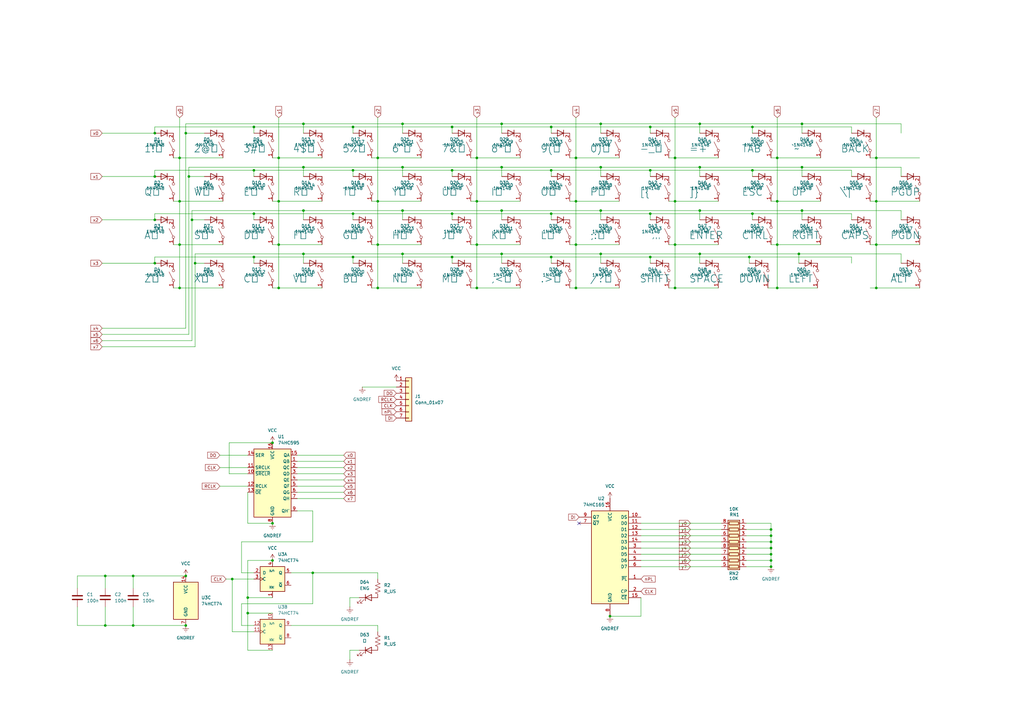
<source format=kicad_sch>
(kicad_sch (version 20231120) (generator "eeschema") (generator_version "8.0")
  (paper "A3")
  (lib_symbols
    (symbol "74xx:74HC165"
      (property "Reference" "U" (at -7.62 19.05 0))
      (property "Value" "74HC165" (at -7.62 -21.59 0))
      (symbol "74HC165_1_0"
        (pin input line (at -12.7 -10.16 0) (length 5.08) (name "~{PL}") (number "1"))
        (pin input line (at -12.7 15.24 0) (length 5.08) (name "DS") (number "10"))
        (pin input line (at -12.7 12.7 0) (length 5.08) (name "D0") (number "11"))
        (pin input line (at -12.7 10.16 0) (length 5.08) (name "D1") (number "12"))
        (pin input line (at -12.7 7.62 0) (length 5.08) (name "D2") (number "13"))
        (pin input line (at -12.7 5.08 0) (length 5.08) (name "D3") (number "14"))
        (pin input line (at -12.7 -17.78 0) (length 5.08) (name "~{CE}") (number "15"))
        (pin power_in line (at 0 22.86 270) (length 5.08) (name "VCC") (number "16"))
        (pin input line (at -12.7 -15.24 0) (length 5.08) (name "CP") (number "2"))
        (pin input line (at -12.7 2.54 0) (length 5.08) (name "D4") (number "3"))
        (pin input line (at -12.7 0 0) (length 5.08) (name "D5") (number "4"))
        (pin input line (at -12.7 -2.54 0) (length 5.08) (name "D6") (number "5"))
        (pin input line (at -12.7 -5.08 0) (length 5.08) (name "D7") (number "6"))
        (pin output line (at 12.7 12.7 180) (length 5.08) (name "~{Q7}") (number "7"))
        (pin power_in line (at 0 -25.4 90) (length 5.08) (name "GND") (number "8"))
        (pin output line (at 12.7 15.24 180) (length 5.08) (name "Q7") (number "9"))
      )
    )
    (symbol "74xx:74HC595"
      (property "Reference" "U" (at -7.62 13.97 0))
      (property "Value" "74HC595" (at -7.62 -16.51 0))
      (symbol "74HC595_1_0"
        (pin tri_state line (at 10.16 7.62 180) (length 2.54) (name "QB") (number "1"))
        (pin input line (at -10.16 2.54 0) (length 2.54) (name "~{SRCLR}") (number "10"))
        (pin input line (at -10.16 5.08 0) (length 2.54) (name "SRCLK") (number "11"))
        (pin input line (at -10.16 -2.54 0) (length 2.54) (name "RCLK") (number "12"))
        (pin input line (at -10.16 -5.08 0) (length 2.54) (name "~{OE}") (number "13"))
        (pin input line (at -10.16 10.16 0) (length 2.54) (name "SER") (number "14"))
        (pin tri_state line (at 10.16 10.16 180) (length 2.54) (name "QA") (number "15"))
        (pin power_in line (at 0 15.24 270) (length 2.54) (name "VCC") (number "16"))
        (pin tri_state line (at 10.16 5.08 180) (length 2.54) (name "QC") (number "2"))
        (pin tri_state line (at 10.16 2.54 180) (length 2.54) (name "QD") (number "3"))
        (pin tri_state line (at 10.16 0 180) (length 2.54) (name "QE") (number "4"))
        (pin tri_state line (at 10.16 -2.54 180) (length 2.54) (name "QF") (number "5"))
        (pin tri_state line (at 10.16 -5.08 180) (length 2.54) (name "QG") (number "6"))
        (pin tri_state line (at 10.16 -7.62 180) (length 2.54) (name "QH") (number "7"))
        (pin power_in line (at 0 -17.78 90) (length 2.54) (name "GND") (number "8"))
        (pin output line (at 10.16 -12.7 180) (length 2.54) (name "QH'") (number "9"))
      )
    )
    (symbol "74xx:74HCT74" (pin_names (offset 1.016))
      (property "Reference" "U" (at -7.62 8.89 0))
      (property "Value" "74HCT74" (at -7.62 -8.89 0))
      (symbol "74HCT74_1_0"
        (pin input line (at 0 -7.62 90) (length 2.54) (name "~{R}") (number "1"))
        (pin input line (at -7.62 2.54 0) (length 2.54) (name "D") (number "2"))
        (pin input clock (at -7.62 0 0) (length 2.54) (name "C") (number "3"))
        (pin input line (at 0 7.62 270) (length 2.54) (name "~{S}") (number "4"))
        (pin output line (at 7.62 2.54 180) (length 2.54) (name "Q") (number "5"))
        (pin output line (at 7.62 -2.54 180) (length 2.54) (name "~{Q}") (number "6"))
      )
      (symbol "74HCT74_2_0"
        (pin input line (at 0 7.62 270) (length 2.54) (name "~{S}") (number "10"))
        (pin input clock (at -7.62 0 0) (length 2.54) (name "C") (number "11"))
        (pin input line (at -7.62 2.54 0) (length 2.54) (name "D") (number "12"))
        (pin input line (at 0 -7.62 90) (length 2.54) (name "~{R}") (number "13"))
        (pin output line (at 7.62 -2.54 180) (length 2.54) (name "~{Q}") (number "8"))
        (pin output line (at 7.62 2.54 180) (length 2.54) (name "Q") (number "9"))
      )
      (symbol "74HCT74_3_0"
        (pin power_in line (at 0 10.16 270) (length 2.54) (name "VCC") (number "14"))
        (pin power_in line (at 0 -10.16 90) (length 2.54) (name "GND") (number "7"))
      )
    )
    (symbol "Connector_Generic:Conn_01x07" (pin_names (offset 1.016) hide)
      (property "Reference" "J" (at 0 10.16 0))
      (property "Value" "Conn_01x07" (at 0 -10.16 0))
      (symbol "Conn_01x07_1_1"
        (pin passive line (at -5.08 7.62 0) (length 3.81) (name "Pin_1") (number "1"))
        (pin passive line (at -5.08 5.08 0) (length 3.81) (name "Pin_2") (number "2"))
        (pin passive line (at -5.08 2.54 0) (length 3.81) (name "Pin_3") (number "3"))
        (pin passive line (at -5.08 0 0) (length 3.81) (name "Pin_4") (number "4"))
        (pin passive line (at -5.08 -2.54 0) (length 3.81) (name "Pin_5") (number "5"))
        (pin passive line (at -5.08 -5.08 0) (length 3.81) (name "Pin_6") (number "6"))
        (pin passive line (at -5.08 -7.62 0) (length 3.81) (name "Pin_7") (number "7"))
      )
    )
    (symbol "Device:C" (pin_numbers hide) (pin_names (offset 0.254))
      (property "Reference" "C" (at 0.635 2.54 0))
      (property "Value" "C" (at 0.635 -2.54 0))
      (symbol "C_1_1"
        (pin passive line (at 0 3.81 270) (length 2.794) (name "~") (number "1"))
        (pin passive line (at 0 -3.81 90) (length 2.794) (name "~") (number "2"))
      )
    )
    (symbol "Device:LED" (pin_numbers hide) (pin_names (offset 1.016) hide)
      (property "Reference" "D" (at 0 2.54 0))
      (property "Value" "LED" (at 0 -2.54 0))
      (symbol "LED_1_1"
        (pin passive line (at -3.81 0 0) (length 2.54) (name "K") (number "1"))
        (pin passive line (at 3.81 0 180) (length 2.54) (name "A") (number "2"))
      )
    )
    (symbol "Device:R_Pack04" (pin_names (offset 0) hide)
      (property "Reference" "RN" (at -7.62 0 90))
      (property "Value" "R_Pack04" (at 5.08 0 90))
      (symbol "R_Pack04_1_1"
        (pin passive line (at -5.08 -5.08 90) (length 2.54) (name "R1.1") (number "1"))
        (pin passive line (at -2.54 -5.08 90) (length 2.54) (name "R2.1") (number "2"))
        (pin passive line (at 0 -5.08 90) (length 2.54) (name "R3.1") (number "3"))
        (pin passive line (at 2.54 -5.08 90) (length 2.54) (name "R4.1") (number "4"))
        (pin passive line (at 2.54 5.08 270) (length 2.54) (name "R4.2") (number "5"))
        (pin passive line (at 0 5.08 270) (length 2.54) (name "R3.2") (number "6"))
        (pin passive line (at -2.54 5.08 270) (length 2.54) (name "R2.2") (number "7"))
        (pin passive line (at -5.08 5.08 270) (length 2.54) (name "R1.2") (number "8"))
      )
    )
    (symbol "Device:R_US" (pin_numbers hide) (pin_names (offset 0))
      (property "Reference" "R" (at 2.54 0 90))
      (property "Value" "R_US" (at -2.54 0 90))
      (symbol "R_US_1_1"
        (pin passive line (at 0 3.81 270) (length 1.27) (name "~") (number "1"))
        (pin passive line (at 0 -3.81 90) (length 1.27) (name "~") (number "2"))
      )
    )
    (symbol "Diode:1N4148" (pin_numbers hide) (pin_names hide)
      (property "Reference" "D" (at 0 2.54 0))
      (property "Value" "1N4148" (at 0 -2.54 0))
      (symbol "1N4148_1_1"
        (pin passive line (at -3.81 0 0) (length 2.54) (name "K") (number "1"))
        (pin passive line (at 3.81 0 180) (length 2.54) (name "A") (number "2"))
      )
    )
    (symbol "Switch:SW_SPST" (pin_names (offset 0) hide)
      (property "Reference" "SW" (at 0 3.175 0))
      (property "Value" "SW_SPST" (at 0 -2.54 0))
      (symbol "SW_SPST_1_1"
        (pin passive line (at -5.08 0 0) (length 2.54) (name "A") (number "1"))
        (pin passive line (at 5.08 0 180) (length 2.54) (name "B") (number "2"))
      )
    )
    (symbol "power:GNDREF" (power) (pin_numbers hide) (pin_names (offset 0) hide)
      (property "Value" "GNDREF" (at 0 -3.81 0))
      (symbol "GNDREF_1_1"
        (pin power_in line (at 0 0 270) (length 0) (name "~") (number "1"))
      )
    )
    (symbol "power:VCC" (power) (pin_numbers hide) (pin_names (offset 0) hide)
      (property "Value" "VCC" (at 0 3.556 0))
      (symbol "VCC_1_1"
        (pin power_in line (at 0 0 90) (length 0) (name "~") (number "1"))
      )
    )
  )
  (junction (at 104.14 52.07))
  (junction (at 316.23 217.17))
  (junction (at 318.77 64.77))
  (junction (at 63.5 72.39))
  (junction (at 328.93 86.36))
  (junction (at 76.2 236.22))
  (junction (at 328.93 68.58))
  (junction (at 185.42 87.63))
  (junction (at 195.58 82.55))
  (junction (at 77.47 72.39))
  (junction (at 318.77 100.33))
  (junction (at 318.77 82.55))
  (junction (at 328.93 50.8))
  (junction (at 205.74 104.14))
  (junction (at 316.23 222.25))
  (junction (at 124.46 68.58))
  (junction (at 78.74 90.17))
  (junction (at 114.3 64.77))
  (junction (at 246.38 86.36))
  (junction (at 316.23 232.41))
  (junction (at 316.23 227.33))
  (junction (at 246.38 50.8))
  (junction (at 185.42 105.41))
  (junction (at 165.1 50.8))
  (junction (at 266.7 87.63))
  (junction (at 104.14 69.85))
  (junction (at 276.86 64.77))
  (junction (at 154.94 82.55))
  (junction (at 165.1 86.36))
  (junction (at 43.18 256.54))
  (junction (at 101.6 245.11))
  (junction (at 154.94 64.77))
  (junction (at 185.42 69.85))
  (junction (at 104.14 105.41))
  (junction (at 316.23 219.71))
  (junction (at 205.74 86.36))
  (junction (at 266.7 105.41))
  (junction (at 318.77 118.11))
  (junction (at 226.06 52.07))
  (junction (at 185.42 52.07))
  (junction (at 114.3 118.11))
  (junction (at 276.86 100.33))
  (junction (at 165.1 68.58))
  (junction (at 111.76 229.87))
  (junction (at 195.58 64.77))
  (junction (at 80.01 107.95))
  (junction (at 73.66 100.33))
  (junction (at 76.2 256.54))
  (junction (at 73.66 118.11))
  (junction (at 236.22 82.55))
  (junction (at 205.74 68.58))
  (junction (at 154.94 100.33))
  (junction (at 226.06 69.85))
  (junction (at 205.74 50.8))
  (junction (at 104.14 87.63))
  (junction (at 359.41 64.77))
  (junction (at 154.94 118.11))
  (junction (at 359.41 82.55))
  (junction (at 307.34 105.41))
  (junction (at 250.19 252.73))
  (junction (at 114.3 82.55))
  (junction (at 226.06 105.41))
  (junction (at 54.61 256.54))
  (junction (at 308.61 69.85))
  (junction (at 359.41 100.33))
  (junction (at 236.22 118.11))
  (junction (at 195.58 100.33))
  (junction (at 276.86 118.11))
  (junction (at 236.22 100.33))
  (junction (at 63.5 90.17))
  (junction (at 76.2 54.61))
  (junction (at 128.27 234.95))
  (junction (at 111.76 214.63))
  (junction (at 124.46 104.14))
  (junction (at 266.7 69.85))
  (junction (at 144.78 105.41))
  (junction (at 73.66 64.77))
  (junction (at 246.38 68.58))
  (junction (at 63.5 107.95))
  (junction (at 101.6 251.46))
  (junction (at 144.78 87.63))
  (junction (at 246.38 104.14))
  (junction (at 308.61 52.07))
  (junction (at 287.02 50.8))
  (junction (at 276.86 82.55))
  (junction (at 124.46 86.36))
  (junction (at 95.25 237.49))
  (junction (at 236.22 64.77))
  (junction (at 111.76 181.61))
  (junction (at 54.61 236.22))
  (junction (at 308.61 87.63))
  (junction (at 114.3 100.33))
  (junction (at 287.02 86.36))
  (junction (at 144.78 69.85))
  (junction (at 195.58 118.11))
  (junction (at 43.18 236.22))
  (junction (at 359.41 118.11))
  (junction (at 165.1 104.14))
  (junction (at 287.02 104.14))
  (junction (at 144.78 52.07))
  (junction (at 266.7 52.07))
  (junction (at 327.66 104.14))
  (junction (at 73.66 82.55))
  (junction (at 316.23 224.79))
  (junction (at 287.02 68.58))
  (junction (at 63.5 54.61))
  (junction (at 226.06 87.63))
  (junction (at 124.46 50.8))
  (junction (at 316.23 229.87))
  (no_connect (at 237.49 214.63))
  (wire (pts (xy 99.06 222.25) (xy 99.06 234.95)))
  (wire (pts (xy 356.87 64.77) (xy 359.41 64.77)))
  (wire (pts (xy 349.25 107.95) (xy 349.25 105.41)))
  (wire (pts (xy 119.38 234.95) (xy 128.27 234.95)))
  (wire (pts (xy 287.02 68.58) (xy 246.38 68.58)))
  (wire (pts (xy 73.66 100.33) (xy 91.44 100.33)))
  (wire (pts (xy 41.91 137.16) (xy 77.47 137.16)))
  (wire (pts (xy 328.93 72.39) (xy 328.93 68.58)))
  (wire (pts (xy 140.97 204.47) (xy 121.92 204.47)))
  (wire (pts (xy 308.61 54.61) (xy 308.61 52.07)))
  (wire (pts (xy 306.07 219.71) (xy 316.23 219.71)))
  (wire (pts (xy 124.46 107.95) (xy 124.46 104.14)))
  (wire (pts (xy 316.23 229.87) (xy 316.23 232.41)))
  (wire (pts (xy 246.38 86.36) (xy 205.74 86.36)))
  (wire (pts (xy 314.96 118.11) (xy 318.77 118.11)))
  (wire (pts (xy 76.2 54.61) (xy 76.2 134.62)))
  (wire (pts (xy 276.86 118.11) (xy 294.64 118.11)))
  (wire (pts (xy 205.74 54.61) (xy 205.74 50.8)))
  (wire (pts (xy 154.94 118.11) (xy 154.94 100.33)))
  (wire (pts (xy 276.86 82.55) (xy 276.86 64.77)))
  (wire (pts (xy 359.41 100.33) (xy 377.19 100.33)))
  (wire (pts (xy 165.1 104.14) (xy 124.46 104.14)))
  (wire (pts (xy 104.14 52.07) (xy 104.14 54.61)))
  (wire (pts (xy 276.86 82.55) (xy 274.32 82.55)))
  (wire (pts (xy 114.3 48.26) (xy 114.3 64.77)))
  (wire (pts (xy 77.47 72.39) (xy 77.47 137.16)))
  (wire (pts (xy 63.5 69.85) (xy 63.5 72.39)))
  (wire (pts (xy 41.91 54.61) (xy 63.5 54.61)))
  (wire (pts (xy 274.32 118.11) (xy 276.86 118.11)))
  (wire (pts (xy 154.94 82.55) (xy 154.94 64.77)))
  (wire (pts (xy 205.74 72.39) (xy 205.74 68.58)))
  (wire (pts (xy 41.91 90.17) (xy 63.5 90.17)))
  (wire (pts (xy 144.78 87.63) (xy 104.14 87.63)))
  (wire (pts (xy 78.74 90.17) (xy 78.74 139.7)))
  (wire (pts (xy 114.3 64.77) (xy 114.3 82.55)))
  (wire (pts (xy 266.7 107.95) (xy 266.7 105.41)))
  (wire (pts (xy 71.12 100.33) (xy 73.66 100.33)))
  (wire (pts (xy 111.76 245.11) (xy 101.6 245.11)))
  (wire (pts (xy 266.7 52.07) (xy 226.06 52.07)))
  (wire (pts (xy 111.76 82.55) (xy 114.3 82.55)))
  (wire (pts (xy 152.4 64.77) (xy 154.94 64.77)))
  (wire (pts (xy 226.06 90.17) (xy 226.06 87.63)))
  (wire (pts (xy 327.66 107.95) (xy 327.66 104.14)))
  (wire (pts (xy 359.41 48.26) (xy 359.41 64.77)))
  (wire (pts (xy 287.02 50.8) (xy 246.38 50.8)))
  (wire (pts (xy 63.5 87.63) (xy 63.5 90.17)))
  (wire (pts (xy 165.1 50.8) (xy 124.46 50.8)))
  (wire (pts (xy 195.58 118.11) (xy 195.58 100.33)))
  (wire (pts (xy 154.94 118.11) (xy 172.72 118.11)))
  (wire (pts (xy 128.27 234.95) (xy 154.94 234.95)))
  (wire (pts (xy 71.12 82.55) (xy 73.66 82.55)))
  (wire (pts (xy 154.94 100.33) (xy 172.72 100.33)))
  (wire (pts (xy 101.6 201.93) (xy 101.6 214.63)))
  (wire (pts (xy 144.78 107.95) (xy 144.78 105.41)))
  (wire (pts (xy 328.93 90.17) (xy 328.93 86.36)))
  (wire (pts (xy 114.3 64.77) (xy 132.08 64.77)))
  (wire (pts (xy 318.77 118.11) (xy 335.28 118.11)))
  (wire (pts (xy 246.38 107.95) (xy 246.38 104.14)))
  (wire (pts (xy 43.18 236.22) (xy 54.61 236.22)))
  (wire (pts (xy 236.22 64.77) (xy 233.68 64.77)))
  (wire (pts (xy 165.1 72.39) (xy 165.1 68.58)))
  (wire (pts (xy 83.82 54.61) (xy 76.2 54.61)))
  (wire (pts (xy 349.25 105.41) (xy 307.34 105.41)))
  (wire (pts (xy 349.25 52.07) (xy 308.61 52.07)))
  (wire (pts (xy 41.91 107.95) (xy 63.5 107.95)))
  (wire (pts (xy 236.22 100.33) (xy 233.68 100.33)))
  (wire (pts (xy 195.58 48.26) (xy 195.58 64.77)))
  (wire (pts (xy 148.59 158.75) (xy 162.56 158.75)))
  (wire (pts (xy 63.5 52.07) (xy 104.14 52.07)))
  (wire (pts (xy 205.74 107.95) (xy 205.74 104.14)))
  (wire (pts (xy 41.91 142.24) (xy 80.01 142.24)))
  (wire (pts (xy 185.42 90.17) (xy 185.42 87.63)))
  (wire (pts (xy 193.04 82.55) (xy 195.58 82.55)))
  (wire (pts (xy 318.77 82.55) (xy 318.77 64.77)))
  (wire (pts (xy 318.77 48.26) (xy 318.77 64.77)))
  (wire (pts (xy 295.91 229.87) (xy 262.89 229.87)))
  (wire (pts (xy 205.74 68.58) (xy 165.1 68.58)))
  (wire (pts (xy 306.07 217.17) (xy 316.23 217.17)))
  (wire (pts (xy 195.58 82.55) (xy 195.58 64.77)))
  (wire (pts (xy 114.3 82.55) (xy 114.3 100.33)))
  (wire (pts (xy 83.82 107.95) (xy 80.01 107.95)))
  (wire (pts (xy 90.17 191.77) (xy 101.6 191.77)))
  (wire (pts (xy 236.22 48.26) (xy 236.22 64.77)))
  (wire (pts (xy 205.74 90.17) (xy 205.74 86.36)))
  (wire (pts (xy 95.25 259.08) (xy 95.25 237.49)))
  (wire (pts (xy 349.25 87.63) (xy 308.61 87.63)))
  (wire (pts (xy 318.77 118.11) (xy 318.77 100.33)))
  (wire (pts (xy 226.06 72.39) (xy 226.06 69.85)))
  (wire (pts (xy 124.46 90.17) (xy 124.46 86.36)))
  (wire (pts (xy 308.61 87.63) (xy 266.7 87.63)))
  (wire (pts (xy 226.06 69.85) (xy 185.42 69.85)))
  (wire (pts (xy 104.14 107.95) (xy 104.14 105.41)))
  (wire (pts (xy 195.58 118.11) (xy 213.36 118.11)))
  (wire (pts (xy 359.41 118.11) (xy 377.19 118.11)))
  (wire (pts (xy 165.1 54.61) (xy 165.1 50.8)))
  (wire (pts (xy 185.42 69.85) (xy 144.78 69.85)))
  (wire (pts (xy 266.7 105.41) (xy 226.06 105.41)))
  (wire (pts (xy 73.66 100.33) (xy 73.66 82.55)))
  (wire (pts (xy 287.02 107.95) (xy 287.02 104.14)))
  (wire (pts (xy 154.94 100.33) (xy 152.4 100.33)))
  (wire (pts (xy 349.25 72.39) (xy 349.25 69.85)))
  (wire (pts (xy 124.46 86.36) (xy 78.74 86.36)))
  (wire (pts (xy 356.87 82.55) (xy 359.41 82.55)))
  (wire (pts (xy 121.92 194.31) (xy 140.97 194.31)))
  (wire (pts (xy 246.38 104.14) (xy 205.74 104.14)))
  (wire (pts (xy 276.86 100.33) (xy 274.32 100.33)))
  (wire (pts (xy 152.4 118.11) (xy 154.94 118.11)))
  (wire (pts (xy 226.06 52.07) (xy 185.42 52.07)))
  (wire (pts (xy 307.34 105.41) (xy 266.7 105.41)))
  (wire (pts (xy 226.06 105.41) (xy 185.42 105.41)))
  (wire (pts (xy 31.75 248.92) (xy 31.75 256.54)))
  (wire (pts (xy 236.22 118.11) (xy 254 118.11)))
  (wire (pts (xy 236.22 82.55) (xy 236.22 64.77)))
  (wire (pts (xy 111.76 266.7) (xy 101.6 266.7)))
  (wire (pts (xy 92.71 237.49) (xy 95.25 237.49)))
  (wire (pts (xy 104.14 105.41) (xy 63.5 105.41)))
  (wire (pts (xy 349.25 54.61) (xy 349.25 52.07)))
  (wire (pts (xy 128.27 247.65) (xy 99.06 247.65)))
  (wire (pts (xy 195.58 82.55) (xy 195.58 100.33)))
  (wire (pts (xy 295.91 232.41) (xy 262.89 232.41)))
  (wire (pts (xy 254 82.55) (xy 236.22 82.55)))
  (wire (pts (xy 143.51 248.92) (xy 143.51 245.11)))
  (wire (pts (xy 308.61 72.39) (xy 308.61 69.85)))
  (wire (pts (xy 144.78 52.07) (xy 104.14 52.07)))
  (wire (pts (xy 140.97 201.93) (xy 121.92 201.93)))
  (wire (pts (xy 254 64.77) (xy 236.22 64.77)))
  (wire (pts (xy 336.55 64.77) (xy 318.77 64.77)))
  (wire (pts (xy 276.86 100.33) (xy 276.86 82.55)))
  (wire (pts (xy 205.74 50.8) (xy 165.1 50.8)))
  (wire (pts (xy 316.23 214.63) (xy 316.23 217.17)))
  (wire (pts (xy 226.06 87.63) (xy 185.42 87.63)))
  (wire (pts (xy 316.23 227.33) (xy 316.23 229.87)))
  (wire (pts (xy 128.27 222.25) (xy 99.06 222.25)))
  (wire (pts (xy 308.61 90.17) (xy 308.61 87.63)))
  (wire (pts (xy 140.97 186.69) (xy 121.92 186.69)))
  (wire (pts (xy 73.66 118.11) (xy 73.66 100.33)))
  (wire (pts (xy 54.61 236.22) (xy 76.2 236.22)))
  (wire (pts (xy 233.68 118.11) (xy 236.22 118.11)))
  (wire (pts (xy 41.91 72.39) (xy 63.5 72.39)))
  (wire (pts (xy 101.6 251.46) (xy 111.76 251.46)))
  (wire (pts (xy 185.42 87.63) (xy 144.78 87.63)))
  (wire (pts (xy 63.5 52.07) (xy 63.5 54.61)))
  (wire (pts (xy 369.57 50.8) (xy 328.93 50.8)))
  (wire (pts (xy 318.77 100.33) (xy 318.77 82.55)))
  (wire (pts (xy 31.75 256.54) (xy 43.18 256.54)))
  (wire (pts (xy 295.91 217.17) (xy 262.89 217.17)))
  (wire (pts (xy 119.38 256.54) (xy 154.94 256.54)))
  (wire (pts (xy 295.91 227.33) (xy 262.89 227.33)))
  (wire (pts (xy 246.38 90.17) (xy 246.38 86.36)))
  (wire (pts (xy 276.86 64.77) (xy 274.32 64.77)))
  (wire (pts (xy 101.6 229.87) (xy 111.76 229.87)))
  (wire (pts (xy 316.23 217.17) (xy 316.23 219.71)))
  (wire (pts (xy 295.91 222.25) (xy 262.89 222.25)))
  (wire (pts (xy 114.3 100.33) (xy 132.08 100.33)))
  (wire (pts (xy 93.98 181.61) (xy 111.76 181.61)))
  (wire (pts (xy 121.92 191.77) (xy 140.97 191.77)))
  (wire (pts (xy 172.72 82.55) (xy 154.94 82.55)))
  (wire (pts (xy 276.86 118.11) (xy 276.86 100.33)))
  (wire (pts (xy 328.93 68.58) (xy 287.02 68.58)))
  (wire (pts (xy 114.3 82.55) (xy 132.08 82.55)))
  (wire (pts (xy 369.57 54.61) (xy 369.57 50.8)))
  (wire (pts (xy 101.6 266.7) (xy 101.6 251.46)))
  (wire (pts (xy 71.12 64.77) (xy 73.66 64.77)))
  (wire (pts (xy 41.91 139.7) (xy 78.74 139.7)))
  (wire (pts (xy 316.23 224.79) (xy 316.23 227.33)))
  (wire (pts (xy 143.51 270.51) (xy 143.51 266.7)))
  (wire (pts (xy 63.5 105.41) (xy 63.5 107.95)))
  (wire (pts (xy 101.6 194.31) (xy 93.98 194.31)))
  (wire (pts (xy 246.38 72.39) (xy 246.38 68.58)))
  (wire (pts (xy 185.42 72.39) (xy 185.42 69.85)))
  (wire (pts (xy 63.5 87.63) (xy 104.14 87.63)))
  (wire (pts (xy 236.22 118.11) (xy 236.22 100.33)))
  (wire (pts (xy 369.57 104.14) (xy 327.66 104.14)))
  (wire (pts (xy 205.74 86.36) (xy 165.1 86.36)))
  (wire (pts (xy 144.78 69.85) (xy 104.14 69.85)))
  (wire (pts (xy 77.47 68.58) (xy 77.47 72.39)))
  (wire (pts (xy 369.57 72.39) (xy 369.57 68.58)))
  (wire (pts (xy 327.66 104.14) (xy 287.02 104.14)))
  (wire (pts (xy 101.6 214.63) (xy 111.76 214.63)))
  (wire (pts (xy 144.78 90.17) (xy 144.78 87.63)))
  (wire (pts (xy 369.57 107.95) (xy 369.57 104.14)))
  (wire (pts (xy 140.97 199.39) (xy 121.92 199.39)))
  (wire (pts (xy 165.1 86.36) (xy 124.46 86.36)))
  (wire (pts (xy 31.75 236.22) (xy 43.18 236.22)))
  (wire (pts (xy 114.3 118.11) (xy 114.3 100.33)))
  (wire (pts (xy 154.94 48.26) (xy 154.94 64.77)))
  (wire (pts (xy 104.14 69.85) (xy 104.14 72.39)))
  (wire (pts (xy 143.51 266.7) (xy 147.32 266.7)))
  (wire (pts (xy 124.46 50.8) (xy 76.2 50.8)))
  (wire (pts (xy 165.1 90.17) (xy 165.1 86.36)))
  (wire (pts (xy 328.93 50.8) (xy 287.02 50.8)))
  (wire (pts (xy 308.61 52.07) (xy 266.7 52.07)))
  (wire (pts (xy 266.7 69.85) (xy 226.06 69.85)))
  (wire (pts (xy 43.18 256.54) (xy 54.61 256.54)))
  (wire (pts (xy 31.75 241.3) (xy 31.75 236.22)))
  (wire (pts (xy 144.78 54.61) (xy 144.78 52.07)))
  (wire (pts (xy 73.66 82.55) (xy 91.44 82.55)))
  (wire (pts (xy 328.93 86.36) (xy 287.02 86.36)))
  (wire (pts (xy 359.41 64.77) (xy 359.41 82.55)))
  (wire (pts (xy 287.02 86.36) (xy 246.38 86.36)))
  (wire (pts (xy 246.38 54.61) (xy 246.38 50.8)))
  (wire (pts (xy 185.42 105.41) (xy 144.78 105.41)))
  (wire (pts (xy 80.01 104.14) (xy 80.01 107.95)))
  (wire (pts (xy 316.23 222.25) (xy 316.23 224.79)))
  (wire (pts (xy 226.06 107.95) (xy 226.06 105.41)))
  (wire (pts (xy 124.46 72.39) (xy 124.46 68.58)))
  (wire (pts (xy 165.1 68.58) (xy 124.46 68.58)))
  (wire (pts (xy 295.91 219.71) (xy 262.89 219.71)))
  (wire (pts (xy 78.74 86.36) (xy 78.74 90.17)))
  (wire (pts (xy 128.27 209.55) (xy 128.27 222.25)))
  (wire (pts (xy 111.76 100.33) (xy 114.3 100.33)))
  (wire (pts (xy 316.23 229.87) (xy 306.07 229.87)))
  (wire (pts (xy 336.55 100.33) (xy 318.77 100.33)))
  (wire (pts (xy 295.91 224.79) (xy 262.89 224.79)))
  (wire (pts (xy 99.06 256.54) (xy 104.14 256.54)))
  (wire (pts (xy 154.94 64.77) (xy 172.72 64.77)))
  (wire (pts (xy 236.22 100.33) (xy 236.22 82.55)))
  (wire (pts (xy 104.14 259.08) (xy 95.25 259.08)))
  (wire (pts (xy 73.66 64.77) (xy 91.44 64.77)))
  (wire (pts (xy 266.7 87.63) (xy 226.06 87.63)))
  (wire (pts (xy 99.06 234.95) (xy 104.14 234.95)))
  (wire (pts (xy 114.3 118.11) (xy 132.08 118.11)))
  (wire (pts (xy 144.78 105.41) (xy 104.14 105.41)))
  (wire (pts (xy 369.57 68.58) (xy 328.93 68.58)))
  (wire (pts (xy 41.91 134.62) (xy 76.2 134.62)))
  (wire (pts (xy 349.25 90.17) (xy 349.25 87.63)))
  (wire (pts (xy 73.66 82.55) (xy 73.66 64.77)))
  (wire (pts (xy 356.87 118.11) (xy 359.41 118.11)))
  (wire (pts (xy 185.42 54.61) (xy 185.42 52.07)))
  (wire (pts (xy 359.41 100.33) (xy 356.87 100.33)))
  (wire (pts (xy 266.7 90.17) (xy 266.7 87.63)))
  (wire (pts (xy 369.57 86.36) (xy 328.93 86.36)))
  (wire (pts (xy 128.27 234.95) (xy 128.27 247.65)))
  (wire (pts (xy 369.57 90.17) (xy 369.57 86.36)))
  (wire (pts (xy 316.23 227.33) (xy 306.07 227.33)))
  (wire (pts (xy 154.94 237.49) (xy 154.94 234.95)))
  (wire (pts (xy 121.92 189.23) (xy 140.97 189.23)))
  (wire (pts (xy 266.7 72.39) (xy 266.7 69.85)))
  (wire (pts (xy 90.17 186.69) (xy 101.6 186.69)))
  (wire (pts (xy 83.82 72.39) (xy 77.47 72.39)))
  (wire (pts (xy 124.46 68.58) (xy 77.47 68.58)))
  (wire (pts (xy 165.1 107.95) (xy 165.1 104.14)))
  (wire (pts (xy 154.94 82.55) (xy 154.94 100.33)))
  (wire (pts (xy 349.25 69.85) (xy 308.61 69.85)))
  (wire (pts (xy 71.12 118.11) (xy 73.66 118.11)))
  (wire (pts (xy 316.23 219.71) (xy 316.23 222.25)))
  (wire (pts (xy 111.76 118.11) (xy 114.3 118.11)))
  (wire (pts (xy 195.58 100.33) (xy 213.36 100.33)))
  (wire (pts (xy 195.58 100.33) (xy 193.04 100.33)))
  (wire (pts (xy 328.93 54.61) (xy 328.93 50.8)))
  (wire (pts (xy 104.14 87.63) (xy 104.14 90.17)))
  (wire (pts (xy 80.01 107.95) (xy 80.01 142.24)))
  (wire (pts (xy 43.18 236.22) (xy 43.18 241.3)))
  (wire (pts (xy 377.19 64.77) (xy 359.41 64.77)))
  (wire (pts (xy 359.41 82.55) (xy 377.19 82.55)))
  (wire (pts (xy 236.22 82.55) (xy 233.68 82.55)))
  (wire (pts (xy 266.7 54.61) (xy 266.7 52.07)))
  (wire (pts (xy 121.92 209.55) (xy 128.27 209.55)))
  (wire (pts (xy 121.92 196.85) (xy 140.97 196.85)))
  (wire (pts (xy 73.66 118.11) (xy 91.44 118.11)))
  (wire (pts (xy 287.02 104.14) (xy 246.38 104.14)))
  (wire (pts (xy 143.51 245.11) (xy 147.32 245.11)))
  (wire (pts (xy 254 100.33) (xy 236.22 100.33)))
  (wire (pts (xy 318.77 82.55) (xy 316.23 82.55)))
  (wire (pts (xy 276.86 48.26) (xy 276.86 64.77)))
  (wire (pts (xy 246.38 68.58) (xy 205.74 68.58)))
  (wire (pts (xy 124.46 104.14) (xy 80.01 104.14)))
  (wire (pts (xy 76.2 50.8) (xy 76.2 54.61)))
  (wire (pts (xy 295.91 214.63) (xy 262.89 214.63)))
  (wire (pts (xy 101.6 245.11) (xy 101.6 229.87)))
  (wire (pts (xy 294.64 82.55) (xy 276.86 82.55)))
  (wire (pts (xy 294.64 100.33) (xy 276.86 100.33)))
  (wire (pts (xy 124.46 54.61) (xy 124.46 50.8)))
  (wire (pts (xy 205.74 104.14) (xy 165.1 104.14)))
  (wire (pts (xy 54.61 236.22) (xy 54.61 241.3)))
  (wire (pts (xy 95.25 237.49) (xy 104.14 237.49)))
  (wire (pts (xy 54.61 248.92) (xy 54.61 256.54)))
  (wire (pts (xy 226.06 54.61) (xy 226.06 52.07)))
  (wire (pts (xy 93.98 194.31) (xy 93.98 181.61)))
  (wire (pts (xy 111.76 64.77) (xy 114.3 64.77)))
  (wire (pts (xy 213.36 82.55) (xy 195.58 82.55)))
  (wire (pts (xy 195.58 64.77) (xy 213.36 64.77)))
  (wire (pts (xy 83.82 90.17) (xy 78.74 90.17)))
  (wire (pts (xy 101.6 251.46) (xy 101.6 245.11)))
  (wire (pts (xy 316.23 224.79) (xy 306.07 224.79)))
  (wire (pts (xy 287.02 90.17) (xy 287.02 86.36)))
  (wire (pts (xy 359.41 82.55) (xy 359.41 100.33)))
  (wire (pts (xy 307.34 107.95) (xy 307.34 105.41)))
  (wire (pts (xy 54.61 256.54) (xy 76.2 256.54)))
  (wire (pts (xy 73.66 48.26) (xy 73.66 64.77)))
  (wire (pts (xy 287.02 54.61) (xy 287.02 50.8)))
  (wire (pts (xy 193.04 64.77) (xy 195.58 64.77)))
  (wire (pts (xy 308.61 69.85) (xy 266.7 69.85)))
  (wire (pts (xy 152.4 82.55) (xy 154.94 82.55)))
  (wire (pts (xy 316.23 232.41) (xy 306.07 232.41)))
  (wire (pts (xy 63.5 69.85) (xy 104.14 69.85)))
  (wire (pts (xy 246.38 50.8) (xy 205.74 50.8)))
  (wire (pts (xy 99.06 247.65) (xy 99.06 256.54)))
  (wire (pts (xy 306.07 222.25) (xy 316.23 222.25)))
  (wire (pts (xy 318.77 100.33) (xy 316.23 100.33)))
  (wire (pts (xy 144.78 72.39) (xy 144.78 69.85)))
  (wire (pts (xy 306.07 214.63) (xy 316.23 214.63)))
  (wire (pts (xy 318.77 64.77) (xy 316.23 64.77)))
  (wire (pts (xy 294.64 64.77) (xy 276.86 64.77)))
  (wire (pts (xy 262.89 252.73) (xy 250.19 252.73)))
  (wire (pts (xy 185.42 107.95) (xy 185.42 105.41)))
  (wire (pts (xy 154.94 256.54) (xy 154.94 259.08)))
  (wire (pts (xy 287.02 72.39) (xy 287.02 68.58)))
  (wire (pts (xy 185.42 52.07) (xy 144.78 52.07)))
  (wire (pts (xy 43.18 248.92) (xy 43.18 256.54)))
  (wire (pts (xy 336.55 82.55) (xy 318.77 82.55)))
  (wire (pts (xy 193.04 118.11) (xy 195.58 118.11)))
  (wire (pts (xy 262.89 245.11) (xy 262.89 252.73)))
  (wire (pts (xy 359.41 118.11) (xy 359.41 100.33)))
  (wire (pts (xy 90.17 199.39) (xy 101.6 199.39)))
  (global_label "y3" (shape input) (at 195.58 48.26 90) (property "Intersheetrefs" "${INTERSHEET_REFS}" (effects (hide yes))))
  (global_label "y6" (shape input) (at 283.21 229.87 180) (property "Intersheetrefs" "${INTERSHEET_REFS}" (effects (hide yes))))
  (global_label "x1" (shape input) (at 140.97 189.23 0) (property "Intersheetrefs" "${INTERSHEET_REFS}" (effects (hide yes))))
  (global_label "y5" (shape input) (at 276.86 48.26 90) (property "Intersheetrefs" "${INTERSHEET_REFS}" (effects (hide yes))))
  (global_label "y1" (shape input) (at 283.21 217.17 180) (property "Intersheetrefs" "${INTERSHEET_REFS}" (effects (hide yes))))
  (global_label "y4" (shape input) (at 283.21 224.79 180) (property "Intersheetrefs" "${INTERSHEET_REFS}" (effects (hide yes))))
  (global_label "x4" (shape input) (at 140.97 196.85 0) (property "Intersheetrefs" "${INTERSHEET_REFS}" (effects (hide yes))))
  (global_label "x5" (shape input) (at 41.91 137.16 180) (property "Intersheetrefs" "${INTERSHEET_REFS}" (effects (hide yes))))
  (global_label "y0" (shape input) (at 283.21 214.63 180) (property "Intersheetrefs" "${INTERSHEET_REFS}" (effects (hide yes))))
  (global_label "y3" (shape input) (at 283.21 222.25 180) (property "Intersheetrefs" "${INTERSHEET_REFS}" (effects (hide yes))))
  (global_label "x0" (shape input) (at 140.97 186.69 0) (property "Intersheetrefs" "${INTERSHEET_REFS}" (effects (hide yes))))
  (global_label "x3" (shape input) (at 41.91 107.95 180) (property "Intersheetrefs" "${INTERSHEET_REFS}" (effects (hide yes))))
  (global_label "x7" (shape input) (at 41.91 142.24 180) (property "Intersheetrefs" "${INTERSHEET_REFS}" (effects (hide yes))))
  (global_label "x3" (shape input) (at 140.97 194.31 0) (property "Intersheetrefs" "${INTERSHEET_REFS}" (effects (hide yes))))
  (global_label "CLK" (shape input) (at 162.56 166.37 180) (property "Intersheetrefs" "${INTERSHEET_REFS}" (effects (hide yes))))
  (global_label "y5" (shape input) (at 283.21 227.33 180) (property "Intersheetrefs" "${INTERSHEET_REFS}" (effects (hide yes))))
  (global_label "y1" (shape input) (at 114.3 48.26 90) (property "Intersheetrefs" "${INTERSHEET_REFS}" (effects (hide yes))))
  (global_label "y2" (shape input) (at 154.94 48.26 90) (property "Intersheetrefs" "${INTERSHEET_REFS}" (effects (hide yes))))
  (global_label "y7" (shape input) (at 283.21 232.41 180) (property "Intersheetrefs" "${INTERSHEET_REFS}" (effects (hide yes))))
  (global_label "x4" (shape input) (at 41.91 134.62 180) (property "Intersheetrefs" "${INTERSHEET_REFS}" (effects (hide yes))))
  (global_label "DO" (shape input) (at 90.17 186.69 180) (property "Intersheetrefs" "${INTERSHEET_REFS}" (effects (hide yes))))
  (global_label "y0" (shape input) (at 73.66 48.26 90) (property "Intersheetrefs" "${INTERSHEET_REFS}" (effects (hide yes))))
  (global_label "nPL" (shape input) (at 262.89 237.49 0) (property "Intersheetrefs" "${INTERSHEET_REFS}" (effects (hide yes))))
  (global_label "y6" (shape input) (at 318.77 48.26 90) (property "Intersheetrefs" "${INTERSHEET_REFS}" (effects (hide yes))))
  (global_label "x1" (shape input) (at 41.91 72.39 180) (property "Intersheetrefs" "${INTERSHEET_REFS}" (effects (hide yes))))
  (global_label "DO" (shape input) (at 162.56 161.29 180) (property "Intersheetrefs" "${INTERSHEET_REFS}" (effects (hide yes))))
  (global_label "y7" (shape input) (at 359.41 48.26 90) (property "Intersheetrefs" "${INTERSHEET_REFS}" (effects (hide yes))))
  (global_label "nPL" (shape input) (at 162.56 168.91 180) (property "Intersheetrefs" "${INTERSHEET_REFS}" (effects (hide yes))))
  (global_label "x5" (shape input) (at 140.97 199.39 0) (property "Intersheetrefs" "${INTERSHEET_REFS}" (effects (hide yes))))
  (global_label "x6" (shape input) (at 140.97 201.93 0) (property "Intersheetrefs" "${INTERSHEET_REFS}" (effects (hide yes))))
  (global_label "CLK" (shape input) (at 92.71 237.49 180) (property "Intersheetrefs" "${INTERSHEET_REFS}" (effects (hide yes))))
  (global_label "DI" (shape input) (at 162.56 171.45 180) (property "Intersheetrefs" "${INTERSHEET_REFS}" (effects (hide yes))))
  (global_label "y4" (shape input) (at 236.22 48.26 90) (property "Intersheetrefs" "${INTERSHEET_REFS}" (effects (hide yes))))
  (global_label "x2" (shape input) (at 140.97 191.77 0) (property "Intersheetrefs" "${INTERSHEET_REFS}" (effects (hide yes))))
  (global_label "x2" (shape input) (at 41.91 90.17 180) (property "Intersheetrefs" "${INTERSHEET_REFS}" (effects (hide yes))))
  (global_label "x0" (shape input) (at 41.91 54.61 180) (property "Intersheetrefs" "${INTERSHEET_REFS}" (effects (hide yes))))
  (global_label "DI" (shape input) (at 237.49 212.09 180) (property "Intersheetrefs" "${INTERSHEET_REFS}" (effects (hide yes))))
  (global_label "CLK" (shape input) (at 90.17 191.77 180) (property "Intersheetrefs" "${INTERSHEET_REFS}" (effects (hide yes))))
  (global_label "y2" (shape input) (at 283.21 219.71 180) (property "Intersheetrefs" "${INTERSHEET_REFS}" (effects (hide yes))))
  (global_label "RCLK" (shape input) (at 162.56 163.83 180) (property "Intersheetrefs" "${INTERSHEET_REFS}" (effects (hide yes))))
  (global_label "x6" (shape input) (at 41.91 139.7 180) (property "Intersheetrefs" "${INTERSHEET_REFS}" (effects (hide yes))))
  (global_label "CLK" (shape input) (at 262.89 242.57 0) (property "Intersheetrefs" "${INTERSHEET_REFS}" (effects (hide yes))))
  (global_label "RCLK" (shape input) (at 90.17 199.39 180) (property "Intersheetrefs" "${INTERSHEET_REFS}" (effects (hide yes))))
  (global_label "x7" (shape input) (at 140.97 204.47 0) (property "Intersheetrefs" "${INTERSHEET_REFS}" (effects (hide yes))))
  (symbol (lib_id "Switch:SW_SPST") (at 152.4 59.69 90) (unit 1)
    (property "Reference" "SW17" (at 144.272 58.166 90) (effects (justify right)))
    (property "Value" "5%ㄓ" (at 140.208 60.96 90) (effects (font (size 3 3)) (justify right)))
    (property "Footprint" "project:SW_Push_1P1T_NO_CK_KSC7xxJ" (effects (hide yes)))
    (property "Description" "Single Pole Single Throw (SPST) switch" (effects (hide yes)))
  )
  (symbol (lib_id "Switch:SW_SPST") (at 316.23 59.69 90) (unit 1)
    (property "Reference" "SW50" (at 308.102 58.166 90) (effects (justify right)))
    (property "Value" "TAB" (at 304.038 60.96 90) (effects (font (size 3 3)) (justify right)))
    (property "Footprint" "project:SW_Push_1P1T_NO_CK_KSC7xxJ" (effects (hide yes)))
    (property "Description" "Single Pole Single Throw (SPST) switch" (effects (hide yes)))
  )
  (symbol (lib_id "Diode:1N4148") (at 312.42 72.39 180) (unit 1)
    (property "Reference" "D62" (at 309.626 74.93 0))
    (property "Value" "1N4148" (at 308.864 77.216 0))
    (property "Footprint" "project:D_DO-35_SOD27_SOD123_P7.62mm_Horizontal" (effects (hide yes)))
    (property "Datasheet" "https://assets.nexperia.com/documents/data-sheet/1N4148_1N4448.pdf" (effects (hide yes)))
    (property "Description" "100V 0.15A standard switching diode, DO-35" (effects (hide yes)))
    (property "Sim.Device" "D" (effects (hide yes)))
    (property "Sim.Pins" "1=K 2=A" (effects (hide yes)))
  )
  (symbol (lib_id "Switch:SW_SPST") (at 233.68 113.03 90) (unit 1)
    (property "Reference" "SW36" (at 225.552 111.506 90) (effects (justify right)))
    (property "Value" ".>ㄡ" (at 221.488 114.3 90) (effects (font (size 3 3)) (justify right)))
    (property "Footprint" "project:SW_Push_1P1T_NO_CK_KSC7xxJ" (effects (hide yes)))
    (property "Description" "Single Pole Single Throw (SPST) switch" (effects (hide yes)))
  )
  (symbol (lib_id "Switch:SW_SPST") (at 172.72 77.47 90) (unit 1)
    (property "Reference" "SW22" (at 164.592 75.946 90) (effects (justify right)))
    (property "Value" "Yㄗ" (at 160.528 78.74 90) (effects (font (size 3 3)) (justify right)))
    (property "Footprint" "project:SW_Push_1P1T_NO_CK_KSC7xxJ" (effects (hide yes)))
    (property "Description" "Single Pole Single Throw (SPST) switch" (effects (hide yes)))
  )
  (symbol (lib_id "Diode:1N4148") (at 353.06 54.61 180) (unit 1)
    (property "Reference" "D54" (at 350.266 57.15 0))
    (property "Value" "1N4148" (at 349.504 59.436 0))
    (property "Footprint" "project:D_DO-35_SOD27_SOD123_P7.62mm_Horizontal" (effects (hide yes)))
    (property "Datasheet" "https://assets.nexperia.com/documents/data-sheet/1N4148_1N4448.pdf" (effects (hide yes)))
    (property "Description" "100V 0.15A standard switching diode, DO-35" (effects (hide yes)))
    (property "Sim.Device" "D" (effects (hide yes)))
    (property "Sim.Pins" "1=K 2=A" (effects (hide yes)))
  )
  (symbol (lib_id "Diode:1N4148") (at 107.95 107.95 180) (unit 1)
    (property "Reference" "D12" (at 105.156 110.49 0))
    (property "Value" "1N4148" (at 104.394 112.776 0))
    (property "Footprint" "project:D_DO-35_SOD27_SOD123_P7.62mm_Horizontal" (effects (hide yes)))
    (property "Datasheet" "https://assets.nexperia.com/documents/data-sheet/1N4148_1N4448.pdf" (effects (hide yes)))
    (property "Description" "100V 0.15A standard switching diode, DO-35" (effects (hide yes)))
    (property "Sim.Device" "D" (effects (hide yes)))
    (property "Sim.Pins" "1=K 2=A" (effects (hide yes)))
  )
  (symbol (lib_id "power:GNDREF") (at 76.2 256.54 0) (unit 1)
    (property "Reference" "#PWR10" (effects (hide yes)))
    (property "Value" "GNDREF" (at 76.2 261.62 0))
    (property "Description" "Power symbol creates a global label with name \"GNDREF\" , reference supply ground" (effects (hide yes)))
  )
  (symbol (lib_id "Diode:1N4148") (at 168.91 54.61 180) (unit 1)
    (property "Reference" "D21" (at 166.116 57.15 0))
    (property "Value" "1N4148" (at 165.354 59.436 0))
    (property "Footprint" "project:D_DO-35_SOD27_SOD123_P7.62mm_Horizontal" (effects (hide yes)))
    (property "Datasheet" "https://assets.nexperia.com/documents/data-sheet/1N4148_1N4448.pdf" (effects (hide yes)))
    (property "Description" "100V 0.15A standard switching diode, DO-35" (effects (hide yes)))
    (property "Sim.Device" "D" (effects (hide yes)))
    (property "Sim.Pins" "1=K 2=A" (effects (hide yes)))
  )
  (symbol (lib_id "Switch:SW_SPST") (at 91.44 77.47 90) (unit 1)
    (property "Reference" "SW6" (at 83.312 75.946 90) (effects (justify right)))
    (property "Value" "Wㄊ" (at 79.248 78.74 90) (effects (font (size 3 3)) (justify right)))
    (property "Footprint" "project:SW_Push_1P1T_NO_CK_KSC7xxJ" (effects (hide yes)))
    (property "Description" "Single Pole Single Throw (SPST) switch" (effects (hide yes)))
  )
  (symbol (lib_id "Diode:1N4148") (at 373.38 107.95 180) (unit 1)
    (property "Reference" "D53" (at 370.586 110.49 0))
    (property "Value" "1N4148" (at 369.824 112.776 0))
    (property "Footprint" "project:D_DO-35_SOD27_SOD123_P7.62mm_Horizontal" (effects (hide yes)))
    (property "Datasheet" "https://assets.nexperia.com/documents/data-sheet/1N4148_1N4448.pdf" (effects (hide yes)))
    (property "Description" "100V 0.15A standard switching diode, DO-35" (effects (hide yes)))
    (property "Sim.Device" "D" (effects (hide yes)))
    (property "Sim.Pins" "1=K 2=A" (effects (hide yes)))
  )
  (symbol (lib_id "Switch:SW_SPST") (at 294.64 95.25 90) (unit 1)
    (property "Reference" "SW47" (at 286.512 93.726 90) (effects (justify right)))
    (property "Value" "ENTER" (at 282.448 96.52 90) (effects (font (size 3 3)) (justify right)))
    (property "Footprint" "project:SW_Push_1P1T_NO_CK_KSC7xxJ" (effects (hide yes)))
    (property "Description" "Single Pole Single Throw (SPST) switch" (effects (hide yes)))
  )
  (symbol (lib_id "Diode:1N4148") (at 107.95 90.17 180) (unit 1)
    (property "Reference" "D11" (at 105.156 92.71 0))
    (property "Value" "1N4148" (at 104.394 94.996 0))
    (property "Footprint" "project:D_DO-35_SOD27_SOD123_P7.62mm_Horizontal" (effects (hide yes)))
    (property "Datasheet" "https://assets.nexperia.com/documents/data-sheet/1N4148_1N4448.pdf" (effects (hide yes)))
    (property "Description" "100V 0.15A standard switching diode, DO-35" (effects (hide yes)))
    (property "Sim.Device" "D" (effects (hide yes)))
    (property "Sim.Pins" "1=K 2=A" (effects (hide yes)))
  )
  (symbol (lib_id "power:VCC") (at 111.76 181.61 0) (unit 1)
    (property "Reference" "#PWR5" (effects (hide yes)))
    (property "Value" "VCC" (at 111.76 176.53 0))
    (property "Description" "Power symbol creates a global label with name \"VCC\"" (effects (hide yes)))
  )
  (symbol (lib_id "power:GNDREF") (at 250.19 252.73 0) (unit 1)
    (property "Reference" "#PWR2" (effects (hide yes)))
    (property "Value" "GNDREF" (at 250.19 257.81 0))
    (property "Description" "Power symbol creates a global label with name \"GNDREF\" , reference supply ground" (effects (hide yes)))
  )
  (symbol (lib_id "Switch:SW_SPST") (at 152.4 77.47 90) (unit 1)
    (property "Reference" "SW18" (at 144.272 75.946 90) (effects (justify right)))
    (property "Value" "Tㄔ" (at 140.208 78.74 90) (effects (font (size 3 3)) (justify right)))
    (property "Footprint" "project:SW_Push_1P1T_NO_CK_KSC7xxJ" (effects (hide yes)))
    (property "Description" "Single Pole Single Throw (SPST) switch" (effects (hide yes)))
  )
  (symbol (lib_id "Diode:1N4148") (at 250.19 90.17 180) (unit 1)
    (property "Reference" "D39" (at 247.396 92.71 0))
    (property "Value" "1N4148" (at 246.634 94.996 0))
    (property "Footprint" "project:D_DO-35_SOD27_SOD123_P7.62mm_Horizontal" (effects (hide yes)))
    (property "Datasheet" "https://assets.nexperia.com/documents/data-sheet/1N4148_1N4448.pdf" (effects (hide yes)))
    (property "Description" "100V 0.15A standard switching diode, DO-35" (effects (hide yes)))
    (property "Sim.Device" "D" (effects (hide yes)))
    (property "Sim.Pins" "1=K 2=A" (effects (hide yes)))
  )
  (symbol (lib_id "Switch:SW_SPST") (at 335.28 113.03 90) (unit 1)
    (property "Reference" "SW60" (at 327.152 111.506 90) (effects (justify right)))
    (property "Value" "LEFT" (at 323.088 114.3 90) (effects (font (size 3 3)) (justify right)))
    (property "Footprint" "project:SW_Push_1P1T_NO_CK_KSC7xxJ" (effects (hide yes)))
    (property "Description" "Single Pole Single Throw (SPST) switch" (effects (hide yes)))
  )
  (symbol (lib_id "Diode:1N4148") (at 189.23 54.61 180) (unit 1)
    (property "Reference" "D25" (at 186.436 57.15 0))
    (property "Value" "1N4148" (at 185.674 59.436 0))
    (property "Footprint" "project:D_DO-35_SOD27_SOD123_P7.62mm_Horizontal" (effects (hide yes)))
    (property "Datasheet" "https://assets.nexperia.com/documents/data-sheet/1N4148_1N4448.pdf" (effects (hide yes)))
    (property "Description" "100V 0.15A standard switching diode, DO-35" (effects (hide yes)))
    (property "Sim.Device" "D" (effects (hide yes)))
    (property "Sim.Pins" "1=K 2=A" (effects (hide yes)))
  )
  (symbol (lib_id "Diode:1N4148") (at 128.27 90.17 180) (unit 1)
    (property "Reference" "D15" (at 125.476 92.71 0))
    (property "Value" "1N4148" (at 124.714 94.996 0))
    (property "Footprint" "project:D_DO-35_SOD27_SOD123_P7.62mm_Horizontal" (effects (hide yes)))
    (property "Datasheet" "https://assets.nexperia.com/documents/data-sheet/1N4148_1N4448.pdf" (effects (hide yes)))
    (property "Description" "100V 0.15A standard switching diode, DO-35" (effects (hide yes)))
    (property "Sim.Device" "D" (effects (hide yes)))
    (property "Sim.Pins" "1=K 2=A" (effects (hide yes)))
  )
  (symbol (lib_id "Switch:SW_SPST") (at 294.64 77.47 90) (unit 1)
    (property "Reference" "SW46" (at 286.512 75.946 90) (effects (justify right)))
    (property "Value" "]}" (at 282.448 78.74 90) (effects (font (size 3 3)) (justify right)))
    (property "Footprint" "project:SW_Push_1P1T_NO_CK_KSC7xxJ" (effects (hide yes)))
    (property "Description" "Single Pole Single Throw (SPST) switch" (effects (hide yes)))
  )
  (symbol (lib_id "Switch:SW_SPST") (at 91.44 59.69 90) (unit 1)
    (property "Reference" "SW5" (at 83.312 58.166 90) (effects (justify right)))
    (property "Value" "2@ㄉ" (at 79.248 60.96 90) (effects (font (size 3 3)) (justify right)))
    (property "Footprint" "project:SW_Push_1P1T_NO_CK_KSC7xxJ" (effects (hide yes)))
    (property "Description" "Single Pole Single Throw (SPST) switch" (effects (hide yes)))
  )
  (symbol (lib_id "Switch:SW_SPST") (at 193.04 77.47 90) (unit 1)
    (property "Reference" "SW26" (at 184.912 75.946 90) (effects (justify right)))
    (property "Value" "Uㄧ" (at 180.848 78.74 90) (effects (font (size 3 3)) (justify right)))
    (property "Footprint" "project:SW_Push_1P1T_NO_CK_KSC7xxJ" (effects (hide yes)))
    (property "Description" "Single Pole Single Throw (SPST) switch" (effects (hide yes)))
  )
  (symbol (lib_id "Diode:1N4148") (at 87.63 107.95 180) (unit 1)
    (property "Reference" "D8" (at 84.836 110.49 0))
    (property "Value" "1N4148" (at 84.074 112.776 0))
    (property "Footprint" "project:D_DO-35_SOD27_SOD123_P7.62mm_Horizontal" (effects (hide yes)))
    (property "Datasheet" "https://assets.nexperia.com/documents/data-sheet/1N4148_1N4448.pdf" (effects (hide yes)))
    (property "Description" "100V 0.15A standard switching diode, DO-35" (effects (hide yes)))
    (property "Sim.Device" "D" (effects (hide yes)))
    (property "Sim.Pins" "1=K 2=A" (effects (hide yes)))
  )
  (symbol (lib_id "Switch:SW_SPST") (at 336.55 77.47 90) (unit 1)
    (property "Reference" "SW58" (at 328.422 75.946 90) (effects (justify right)))
    (property "Value" "UP" (at 324.358 78.74 90) (effects (font (size 3 3)) (justify right)))
    (property "Footprint" "project:SW_Push_1P1T_NO_CK_KSC7xxJ" (effects (hide yes)))
    (property "Description" "Single Pole Single Throw (SPST) switch" (effects (hide yes)))
  )
  (symbol (lib_id "Diode:1N4148") (at 332.74 54.61 180) (unit 1)
    (property "Reference" "D49" (at 329.946 57.15 0))
    (property "Value" "1N4148" (at 329.184 59.436 0))
    (property "Footprint" "project:D_DO-35_SOD27_SOD123_P7.62mm_Horizontal" (effects (hide yes)))
    (property "Datasheet" "https://assets.nexperia.com/documents/data-sheet/1N4148_1N4448.pdf" (effects (hide yes)))
    (property "Description" "100V 0.15A standard switching diode, DO-35" (effects (hide yes)))
    (property "Sim.Device" "D" (effects (hide yes)))
    (property "Sim.Pins" "1=K 2=A" (effects (hide yes)))
  )
  (symbol (lib_id "Diode:1N4148") (at 250.19 107.95 180) (unit 1)
    (property "Reference" "D40" (at 247.396 110.49 0))
    (property "Value" "1N4148" (at 246.634 112.776 0))
    (property "Footprint" "project:D_DO-35_SOD27_SOD123_P7.62mm_Horizontal" (effects (hide yes)))
    (property "Datasheet" "https://assets.nexperia.com/documents/data-sheet/1N4148_1N4448.pdf" (effects (hide yes)))
    (property "Description" "100V 0.15A standard switching diode, DO-35" (effects (hide yes)))
    (property "Sim.Device" "D" (effects (hide yes)))
    (property "Sim.Pins" "1=K 2=A" (effects (hide yes)))
  )
  (symbol (lib_id "Switch:SW_SPST") (at 172.72 113.03 90) (unit 1)
    (property "Reference" "SW24" (at 164.592 111.506 90) (effects (justify right)))
    (property "Value" "Nㄙ" (at 160.528 114.3 90) (effects (font (size 3 3)) (justify right)))
    (property "Footprint" "project:SW_Push_1P1T_NO_CK_KSC7xxJ" (effects (hide yes)))
    (property "Description" "Single Pole Single Throw (SPST) switch" (effects (hide yes)))
  )
  (symbol (lib_id "Diode:1N4148") (at 168.91 107.95 180) (unit 1)
    (property "Reference" "D24" (at 166.116 110.49 0))
    (property "Value" "1N4148" (at 165.354 112.776 0))
    (property "Footprint" "project:D_DO-35_SOD27_SOD123_P7.62mm_Horizontal" (effects (hide yes)))
    (property "Datasheet" "https://assets.nexperia.com/documents/data-sheet/1N4148_1N4448.pdf" (effects (hide yes)))
    (property "Description" "100V 0.15A standard switching diode, DO-35" (effects (hide yes)))
    (property "Sim.Device" "D" (effects (hide yes)))
    (property "Sim.Pins" "1=K 2=A" (effects (hide yes)))
  )
  (symbol (lib_id "Switch:SW_SPST") (at 152.4 113.03 90) (unit 1)
    (property "Reference" "SW20" (at 144.272 111.506 90) (effects (justify right)))
    (property "Value" "Bㄖ" (at 140.208 114.3 90) (effects (font (size 3 3)) (justify right)))
    (property "Footprint" "project:SW_Push_1P1T_NO_CK_KSC7xxJ" (effects (hide yes)))
    (property "Description" "Single Pole Single Throw (SPST) switch" (effects (hide yes)))
  )
  (symbol (lib_id "Device:C") (at 54.61 245.11 0) (unit 1)
    (property "Reference" "C3" (at 58.42 243.8399 0) (effects (justify left)))
    (property "Value" "100n" (at 58.42 246.3799 0) (effects (justify left)))
    (property "Footprint" "Capacitor_SMD:C_0805_2012Metric_Pad1.18x1.45mm_HandSolder" (effects (hide yes)))
    (property "Description" "Unpolarized capacitor" (effects (hide yes)))
  )
  (symbol (lib_id "Diode:1N4148") (at 290.83 90.17 180) (unit 1)
    (property "Reference" "D47" (at 288.036 92.71 0))
    (property "Value" "1N4148" (at 287.274 94.996 0))
    (property "Footprint" "project:D_DO-35_SOD27_SOD123_P7.62mm_Horizontal" (effects (hide yes)))
    (property "Datasheet" "https://assets.nexperia.com/documents/data-sheet/1N4148_1N4448.pdf" (effects (hide yes)))
    (property "Description" "100V 0.15A standard switching diode, DO-35" (effects (hide yes)))
    (property "Sim.Device" "D" (effects (hide yes)))
    (property "Sim.Pins" "1=K 2=A" (effects (hide yes)))
  )
  (symbol (lib_id "Switch:SW_SPST") (at 254 77.47 90) (unit 1)
    (property "Reference" "SW38" (at 245.872 75.946 90) (effects (justify right)))
    (property "Value" "Pㄣ" (at 241.808 78.74 90) (effects (font (size 3 3)) (justify right)))
    (property "Footprint" "project:SW_Push_1P1T_NO_CK_KSC7xxJ" (effects (hide yes)))
    (property "Description" "Single Pole Single Throw (SPST) switch" (effects (hide yes)))
  )
  (symbol (lib_id "74xx:74HC595") (at 111.76 196.85 0) (unit 1)
    (property "Reference" "U1" (at 113.9541 179.07 0) (effects (justify left)))
    (property "Value" "74HC595" (at 113.9541 181.61 0) (effects (justify left)))
    (property "Footprint" "Package_SO:SOIC-16_3.9x9.9mm_P1.27mm" (effects (hide yes)))
    (property "Datasheet" "http://www.ti.com/lit/ds/symlink/sn74hc595.pdf" (effects (hide yes)))
    (property "Description" "8-bit serial in/out Shift Register 3-State Outputs" (effects (hide yes)))
  )
  (symbol (lib_id "Diode:1N4148") (at 312.42 90.17 180) (unit 1)
    (property "Reference" "D52" (at 309.626 92.71 0))
    (property "Value" "1N4148" (at 308.864 94.996 0))
    (property "Footprint" "project:D_DO-35_SOD27_SOD123_P7.62mm_Horizontal" (effects (hide yes)))
    (property "Datasheet" "https://assets.nexperia.com/documents/data-sheet/1N4148_1N4448.pdf" (effects (hide yes)))
    (property "Description" "100V 0.15A standard switching diode, DO-35" (effects (hide yes)))
    (property "Sim.Device" "D" (effects (hide yes)))
    (property "Sim.Pins" "1=K 2=A" (effects (hide yes)))
  )
  (symbol (lib_id "power:GNDREF") (at 111.76 214.63 0) (unit 1)
    (property "Reference" "#PWR1" (effects (hide yes)))
    (property "Value" "GNDREF" (at 111.76 219.71 0))
    (property "Description" "Power symbol creates a global label with name \"GNDREF\" , reference supply ground" (effects (hide yes)))
  )
  (symbol (lib_id "Switch:SW_SPST") (at 213.36 77.47 90) (unit 1)
    (property "Reference" "SW30" (at 205.232 75.946 90) (effects (justify right)))
    (property "Value" "Iㄛ" (at 201.168 78.74 90) (effects (font (size 3 3)) (justify right)))
    (property "Footprint" "project:SW_Push_1P1T_NO_CK_KSC7xxJ" (effects (hide yes)))
    (property "Description" "Single Pole Single Throw (SPST) switch" (effects (hide yes)))
  )
  (symbol (lib_id "Switch:SW_SPST") (at 377.19 77.47 90) (unit 1)
    (property "Reference" "SW56" (at 369.062 75.946 90) (effects (justify right)))
    (property "Value" "PGUP" (at 364.998 78.74 90) (effects (font (size 3 3)) (justify right)))
    (property "Footprint" "project:SW_Push_1P1T_NO_CK_KSC7xxJ" (effects (hide yes)))
    (property "Description" "Single Pole Single Throw (SPST) switch" (effects (hide yes)))
  )
  (symbol (lib_id "Diode:1N4148") (at 168.91 72.39 180) (unit 1)
    (property "Reference" "D22" (at 166.116 74.93 0))
    (property "Value" "1N4148" (at 165.354 77.216 0))
    (property "Footprint" "project:D_DO-35_SOD27_SOD123_P7.62mm_Horizontal" (effects (hide yes)))
    (property "Datasheet" "https://assets.nexperia.com/documents/data-sheet/1N4148_1N4448.pdf" (effects (hide yes)))
    (property "Description" "100V 0.15A standard switching diode, DO-35" (effects (hide yes)))
    (property "Sim.Device" "D" (effects (hide yes)))
    (property "Sim.Pins" "1=K 2=A" (effects (hide yes)))
  )
  (symbol (lib_id "Switch:SW_SPST") (at 233.68 77.47 90) (unit 1)
    (property "Reference" "SW34" (at 225.552 75.946 90) (effects (justify right)))
    (property "Value" "Oㄟ" (at 221.488 78.74 90) (effects (font (size 3 3)) (justify right)))
    (property "Footprint" "project:SW_Push_1P1T_NO_CK_KSC7xxJ" (effects (hide yes)))
    (property "Description" "Single Pole Single Throw (SPST) switch" (effects (hide yes)))
  )
  (symbol (lib_id "Switch:SW_SPST") (at 91.44 113.03 90) (unit 1)
    (property "Reference" "SW8" (at 83.312 111.506 90) (effects (justify right)))
    (property "Value" "Xㄌ" (at 79.248 114.3 90) (effects (font (size 3 3)) (justify right)))
    (property "Footprint" "project:SW_Push_1P1T_NO_CK_KSC7xxJ" (effects (hide yes)))
    (property "Description" "Single Pole Single Throw (SPST) switch" (effects (hide yes)))
  )
  (symbol (lib_id "Diode:1N4148") (at 87.63 72.39 180) (unit 1)
    (property "Reference" "D6" (at 84.836 74.93 0))
    (property "Value" "1N4148" (at 84.074 77.216 0))
    (property "Footprint" "project:D_DO-35_SOD27_SOD123_P7.62mm_Horizontal" (effects (hide yes)))
    (property "Datasheet" "https://assets.nexperia.com/documents/data-sheet/1N4148_1N4448.pdf" (effects (hide yes)))
    (property "Description" "100V 0.15A standard switching diode, DO-35" (effects (hide yes)))
    (property "Sim.Device" "D" (effects (hide yes)))
    (property "Sim.Pins" "1=K 2=A" (effects (hide yes)))
  )
  (symbol (lib_id "Switch:SW_SPST") (at 254 113.03 90) (unit 1)
    (property "Reference" "SW40" (at 245.872 111.506 90) (effects (justify right)))
    (property "Value" "/?ㄥ" (at 241.808 114.3 90) (effects (font (size 3 3)) (justify right)))
    (property "Footprint" "project:SW_Push_1P1T_NO_CK_KSC7xxJ" (effects (hide yes)))
    (property "Description" "Single Pole Single Throw (SPST) switch" (effects (hide yes)))
  )
  (symbol (lib_id "Switch:SW_SPST") (at 233.68 59.69 90) (unit 1)
    (property "Reference" "SW33" (at 225.552 58.166 90) (effects (justify right)))
    (property "Value" "9(ㄞ" (at 221.488 60.96 90) (effects (font (size 3 3)) (justify right)))
    (property "Footprint" "project:SW_Push_1P1T_NO_CK_KSC7xxJ" (effects (hide yes)))
    (property "Description" "Single Pole Single Throw (SPST) switch" (effects (hide yes)))
  )
  (symbol (lib_id "Diode:1N4148") (at 229.87 90.17 180) (unit 1)
    (property "Reference" "D35" (at 227.076 92.71 0))
    (property "Value" "1N4148" (at 226.314 94.996 0))
    (property "Footprint" "project:D_DO-35_SOD27_SOD123_P7.62mm_Horizontal" (effects (hide yes)))
    (property "Datasheet" "https://assets.nexperia.com/documents/data-sheet/1N4148_1N4448.pdf" (effects (hide yes)))
    (property "Description" "100V 0.15A standard switching diode, DO-35" (effects (hide yes)))
    (property "Sim.Device" "D" (effects (hide yes)))
    (property "Sim.Pins" "1=K 2=A" (effects (hide yes)))
  )
  (symbol (lib_id "Switch:SW_SPST") (at 213.36 113.03 90) (unit 1)
    (property "Reference" "SW32" (at 205.232 111.506 90) (effects (justify right)))
    (property "Value" ",<ㄝ" (at 201.168 114.3 90) (effects (font (size 3 3)) (justify right)))
    (property "Footprint" "project:SW_Push_1P1T_NO_CK_KSC7xxJ" (effects (hide yes)))
    (property "Description" "Single Pole Single Throw (SPST) switch" (effects (hide yes)))
  )
  (symbol (lib_id "power:GNDREF") (at 143.51 270.51 0) (unit 1)
    (property "Reference" "#PWR8" (effects (hide yes)))
    (property "Value" "GNDREF" (at 143.51 275.59 0))
    (property "Description" "Power symbol creates a global label with name \"GNDREF\" , reference supply ground" (effects (hide yes)))
  )
  (symbol (lib_id "Diode:1N4148") (at 87.63 90.17 180) (unit 1)
    (property "Reference" "D7" (at 84.836 92.71 0))
    (property "Value" "1N4148" (at 84.074 94.996 0))
    (property "Footprint" "project:D_DO-35_SOD27_SOD123_P7.62mm_Horizontal" (effects (hide yes)))
    (property "Datasheet" "https://assets.nexperia.com/documents/data-sheet/1N4148_1N4448.pdf" (effects (hide yes)))
    (property "Description" "100V 0.15A standard switching diode, DO-35" (effects (hide yes)))
    (property "Sim.Device" "D" (effects (hide yes)))
    (property "Sim.Pins" "1=K 2=A" (effects (hide yes)))
  )
  (symbol (lib_id "Device:LED") (at 151.13 266.7 0) (unit 1)
    (property "Reference" "D63" (at 149.5425 260.35 0))
    (property "Value" "ㄅ" (at 149.5425 262.89 0))
    (property "Footprint" "LED_THT:LED_D3.0mm_Clear" (effects (hide yes)))
    (property "Description" "Light emitting diode" (effects (hide yes)))
  )
  (symbol (lib_id "Switch:SW_SPST") (at 91.44 95.25 90) (unit 1)
    (property "Reference" "SW7" (at 83.312 93.726 90) (effects (justify right)))
    (property "Value" "Sㄋ" (at 79.248 96.52 90) (effects (font (size 3 3)) (justify right)))
    (property "Footprint" "project:SW_Push_1P1T_NO_CK_KSC7xxJ" (effects (hide yes)))
    (property "Description" "Single Pole Single Throw (SPST) switch" (effects (hide yes)))
  )
  (symbol (lib_id "Switch:SW_SPST") (at 233.68 95.25 90) (unit 1)
    (property "Reference" "SW35" (at 225.552 93.726 90) (effects (justify right)))
    (property "Value" "Lㄠ" (at 221.488 96.52 90) (effects (font (size 3 3)) (justify right)))
    (property "Footprint" "project:SW_Push_1P1T_NO_CK_KSC7xxJ" (effects (hide yes)))
    (property "Description" "Single Pole Single Throw (SPST) switch" (effects (hide yes)))
  )
  (symbol (lib_id "Diode:1N4148") (at 311.15 107.95 180) (unit 1)
    (property "Reference" "D59" (at 308.356 110.49 0))
    (property "Value" "1N4148" (at 307.594 112.776 0))
    (property "Footprint" "project:D_DO-35_SOD27_SOD123_P7.62mm_Horizontal" (effects (hide yes)))
    (property "Datasheet" "https://assets.nexperia.com/documents/data-sheet/1N4148_1N4448.pdf" (effects (hide yes)))
    (property "Description" "100V 0.15A standard switching diode, DO-35" (effects (hide yes)))
    (property "Sim.Device" "D" (effects (hide yes)))
    (property "Sim.Pins" "1=K 2=A" (effects (hide yes)))
  )
  (symbol (lib_id "Diode:1N4148") (at 67.31 54.61 180) (unit 1)
    (property "Reference" "D1" (at 64.516 57.15 0))
    (property "Value" "1N4148" (at 63.754 59.436 0))
    (property "Footprint" "project:D_DO-35_SOD27_SOD123_P7.62mm_Horizontal" (effects (hide yes)))
    (property "Datasheet" "https://assets.nexperia.com/documents/data-sheet/1N4148_1N4448.pdf" (effects (hide yes)))
    (property "Description" "100V 0.15A standard switching diode, DO-35" (effects (hide yes)))
    (property "Sim.Device" "D" (effects (hide yes)))
    (property "Sim.Pins" "1=K 2=A" (effects (hide yes)))
  )
  (symbol (lib_id "Diode:1N4148") (at 373.38 72.39 180) (unit 1)
    (property "Reference" "D56" (at 370.586 74.93 0))
    (property "Value" "1N4148" (at 369.824 77.216 0))
    (property "Footprint" "project:D_DO-35_SOD27_SOD123_P7.62mm_Horizontal" (effects (hide yes)))
    (property "Datasheet" "https://assets.nexperia.com/documents/data-sheet/1N4148_1N4448.pdf" (effects (hide yes)))
    (property "Description" "100V 0.15A standard switching diode, DO-35" (effects (hide yes)))
    (property "Sim.Device" "D" (effects (hide yes)))
    (property "Sim.Pins" "1=K 2=A" (effects (hide yes)))
  )
  (symbol (lib_id "Switch:SW_SPST") (at 356.87 95.25 90) (unit 1)
    (property "Reference" "SW51" (at 348.742 93.726 90) (effects (justify right)))
    (property "Value" "CAPS" (at 344.678 96.52 90) (effects (font (size 3 3)) (justify right)))
    (property "Footprint" "project:SW_Push_1P1T_NO_CK_KSC7xxJ" (effects (hide yes)))
    (property "Description" "Single Pole Single Throw (SPST) switch" (effects (hide yes)))
  )
  (symbol (lib_id "Diode:1N4148") (at 128.27 107.95 180) (unit 1)
    (property "Reference" "D16" (at 125.476 110.49 0))
    (property "Value" "1N4148" (at 124.714 112.776 0))
    (property "Footprint" "project:D_DO-35_SOD27_SOD123_P7.62mm_Horizontal" (effects (hide yes)))
    (property "Datasheet" "https://assets.nexperia.com/documents/data-sheet/1N4148_1N4448.pdf" (effects (hide yes)))
    (property "Description" "100V 0.15A standard switching diode, DO-35" (effects (hide yes)))
    (property "Sim.Device" "D" (effects (hide yes)))
    (property "Sim.Pins" "1=K 2=A" (effects (hide yes)))
  )
  (symbol (lib_id "Diode:1N4148") (at 229.87 107.95 180) (unit 1)
    (property "Reference" "D36" (at 227.076 110.49 0))
    (property "Value" "1N4148" (at 226.314 112.776 0))
    (property "Footprint" "project:D_DO-35_SOD27_SOD123_P7.62mm_Horizontal" (effects (hide yes)))
    (property "Datasheet" "https://assets.nexperia.com/documents/data-sheet/1N4148_1N4448.pdf" (effects (hide yes)))
    (property "Description" "100V 0.15A standard switching diode, DO-35" (effects (hide yes)))
    (property "Sim.Device" "D" (effects (hide yes)))
    (property "Sim.Pins" "1=K 2=A" (effects (hide yes)))
  )
  (symbol (lib_id "Device:R_US") (at 154.94 241.3 0) (unit 1)
    (property "Reference" "R2" (at 157.48 240.0299 0) (effects (justify left)))
    (property "Value" "R_US" (at 157.48 242.5699 0) (effects (justify left)))
    (property "Footprint" "project:R_Axial_DIN0204_L3.6mm_D1.6mm_P7.62mm_Horizontal_0805" (effects (hide yes)))
    (property "Description" "Resistor, US symbol" (effects (hide yes)))
  )
  (symbol (lib_id "power:VCC") (at 162.56 156.21 0) (unit 1)
    (property "Reference" "#PWR6" (effects (hide yes)))
    (property "Value" "VCC" (at 162.56 151.13 0))
    (property "Description" "Power symbol creates a global label with name \"VCC\"" (effects (hide yes)))
  )
  (symbol (lib_id "Switch:SW_SPST") (at 193.04 113.03 90) (unit 1)
    (property "Reference" "SW28" (at 184.912 111.506 90) (effects (justify right)))
    (property "Value" "Mㄩ" (at 180.848 114.3 90) (effects (font (size 3 3)) (justify right)))
    (property "Footprint" "project:SW_Push_1P1T_NO_CK_KSC7xxJ" (effects (hide yes)))
    (property "Description" "Single Pole Single Throw (SPST) switch" (effects (hide yes)))
  )
  (symbol (lib_id "Switch:SW_SPST") (at 132.08 113.03 90) (unit 1)
    (property "Reference" "SW16" (at 123.952 111.506 90) (effects (justify right)))
    (property "Value" "Vㄒ" (at 119.888 114.3 90) (effects (font (size 3 3)) (justify right)))
    (property "Footprint" "project:SW_Push_1P1T_NO_CK_KSC7xxJ" (effects (hide yes)))
    (property "Description" "Single Pole Single Throw (SPST) switch" (effects (hide yes)))
  )
  (symbol (lib_id "Switch:SW_SPST") (at 111.76 113.03 90) (unit 1)
    (property "Reference" "SW12" (at 103.632 111.506 90) (effects (justify right)))
    (property "Value" "Cㄏ" (at 99.568 114.3 90) (effects (font (size 3 3)) (justify right)))
    (property "Footprint" "project:SW_Push_1P1T_NO_CK_KSC7xxJ" (effects (hide yes)))
    (property "Description" "Single Pole Single Throw (SPST) switch" (effects (hide yes)))
  )
  (symbol (lib_id "Switch:SW_SPST") (at 316.23 77.47 90) (unit 1)
    (property "Reference" "SW62" (at 308.102 75.946 90) (effects (justify right)))
    (property "Value" "ESC" (at 304.038 78.74 90) (effects (font (size 3 3)) (justify right)))
    (property "Footprint" "project:SW_Push_1P1T_NO_CK_KSC7xxJ" (effects (hide yes)))
    (property "Description" "Single Pole Single Throw (SPST) switch" (effects (hide yes)))
  )
  (symbol (lib_id "Diode:1N4148") (at 67.31 72.39 180) (unit 1)
    (property "Reference" "D2" (at 64.516 74.93 0))
    (property "Value" "1N4148" (at 63.754 77.216 0))
    (property "Footprint" "project:D_DO-35_SOD27_SOD123_P7.62mm_Horizontal" (effects (hide yes)))
    (property "Datasheet" "https://assets.nexperia.com/documents/data-sheet/1N4148_1N4448.pdf" (effects (hide yes)))
    (property "Description" "100V 0.15A standard switching diode, DO-35" (effects (hide yes)))
    (property "Sim.Device" "D" (effects (hide yes)))
    (property "Sim.Pins" "1=K 2=A" (effects (hide yes)))
  )
  (symbol (lib_id "Switch:SW_SPST") (at 274.32 95.25 90) (unit 1)
    (property "Reference" "SW43" (at 266.192 93.726 90) (effects (justify right)))
    (property "Value" "'\"" (at 266.954 99.06 90) (effects (font (size 3 3)) (justify right)))
    (property "Footprint" "project:SW_Push_1P1T_NO_CK_KSC7xxJ" (effects (hide yes)))
    (property "Description" "Single Pole Single Throw (SPST) switch" (effects (hide yes)))
  )
  (symbol (lib_id "Switch:SW_SPST") (at 152.4 95.25 90) (unit 1)
    (property "Reference" "SW19" (at 144.272 93.726 90) (effects (justify right)))
    (property "Value" "Gㄕ" (at 140.208 96.52 90) (effects (font (size 3 3)) (justify right)))
    (property "Footprint" "project:SW_Push_1P1T_NO_CK_KSC7xxJ" (effects (hide yes)))
    (property "Description" "Single Pole Single Throw (SPST) switch" (effects (hide yes)))
  )
  (symbol (lib_id "Switch:SW_SPST") (at 111.76 77.47 90) (unit 1)
    (property "Reference" "SW10" (at 103.632 75.946 90) (effects (justify right)))
    (property "Value" "Eㄍ" (at 99.568 78.74 90) (effects (font (size 3 3)) (justify right)))
    (property "Footprint" "project:SW_Push_1P1T_NO_CK_KSC7xxJ" (effects (hide yes)))
    (property "Description" "Single Pole Single Throw (SPST) switch" (effects (hide yes)))
  )
  (symbol (lib_id "Diode:1N4148") (at 209.55 72.39 180) (unit 1)
    (property "Reference" "D30" (at 206.756 74.93 0))
    (property "Value" "1N4148" (at 205.994 77.216 0))
    (property "Footprint" "project:D_DO-35_SOD27_SOD123_P7.62mm_Horizontal" (effects (hide yes)))
    (property "Datasheet" "https://assets.nexperia.com/documents/data-sheet/1N4148_1N4448.pdf" (effects (hide yes)))
    (property "Description" "100V 0.15A standard switching diode, DO-35" (effects (hide yes)))
    (property "Sim.Device" "D" (effects (hide yes)))
    (property "Sim.Pins" "1=K 2=A" (effects (hide yes)))
  )
  (symbol (lib_id "power:GNDREF") (at 143.51 248.92 0) (unit 1)
    (property "Reference" "#PWR9" (effects (hide yes)))
    (property "Value" "GNDREF" (at 143.51 254 0))
    (property "Description" "Power symbol creates a global label with name \"GNDREF\" , reference supply ground" (effects (hide yes)))
  )
  (symbol (lib_id "Device:R_US") (at 154.94 262.89 0) (unit 1)
    (property "Reference" "R1" (at 157.48 261.6199 0) (effects (justify left)))
    (property "Value" "R_US" (at 157.48 264.1599 0) (effects (justify left)))
    (property "Footprint" "project:R_Axial_DIN0204_L3.6mm_D1.6mm_P7.62mm_Horizontal_0805" (effects (hide yes)))
    (property "Description" "Resistor, US symbol" (effects (hide yes)))
  )
  (symbol (lib_id "Diode:1N4148") (at 290.83 72.39 180) (unit 1)
    (property "Reference" "D46" (at 288.036 74.93 0))
    (property "Value" "1N4148" (at 287.274 77.216 0))
    (property "Footprint" "project:D_DO-35_SOD27_SOD123_P7.62mm_Horizontal" (effects (hide yes)))
    (property "Datasheet" "https://assets.nexperia.com/documents/data-sheet/1N4148_1N4448.pdf" (effects (hide yes)))
    (property "Description" "100V 0.15A standard switching diode, DO-35" (effects (hide yes)))
    (property "Sim.Device" "D" (effects (hide yes)))
    (property "Sim.Pins" "1=K 2=A" (effects (hide yes)))
  )
  (symbol (lib_id "Diode:1N4148") (at 189.23 107.95 180) (unit 1)
    (property "Reference" "D28" (at 186.436 110.49 0))
    (property "Value" "1N4148" (at 185.674 112.776 0))
    (property "Footprint" "project:D_DO-35_SOD27_SOD123_P7.62mm_Horizontal" (effects (hide yes)))
    (property "Datasheet" "https://assets.nexperia.com/documents/data-sheet/1N4148_1N4448.pdf" (effects (hide yes)))
    (property "Description" "100V 0.15A standard switching diode, DO-35" (effects (hide yes)))
    (property "Sim.Device" "D" (effects (hide yes)))
    (property "Sim.Pins" "1=K 2=A" (effects (hide yes)))
  )
  (symbol (lib_id "Diode:1N4148") (at 128.27 72.39 180) (unit 1)
    (property "Reference" "D14" (at 125.476 74.93 0))
    (property "Value" "1N4148" (at 124.714 77.216 0))
    (property "Footprint" "project:D_DO-35_SOD27_SOD123_P7.62mm_Horizontal" (effects (hide yes)))
    (property "Datasheet" "https://assets.nexperia.com/documents/data-sheet/1N4148_1N4448.pdf" (effects (hide yes)))
    (property "Description" "100V 0.15A standard switching diode, DO-35" (effects (hide yes)))
    (property "Sim.Device" "D" (effects (hide yes)))
    (property "Sim.Pins" "1=K 2=A" (effects (hide yes)))
  )
  (symbol (lib_id "Switch:SW_SPST") (at 213.36 59.69 90) (unit 1)
    (property "Reference" "SW29" (at 205.232 58.166 90) (effects (justify right)))
    (property "Value" "8*ㄚ" (at 201.168 60.96 90) (effects (font (size 3 3)) (justify right)))
    (property "Footprint" "project:SW_Push_1P1T_NO_CK_KSC7xxJ" (effects (hide yes)))
    (property "Description" "Single Pole Single Throw (SPST) switch" (effects (hide yes)))
  )
  (symbol (lib_id "Diode:1N4148") (at 148.59 90.17 180) (unit 1)
    (property "Reference" "D19" (at 145.796 92.71 0))
    (property "Value" "1N4148" (at 145.034 94.996 0))
    (property "Footprint" "project:D_DO-35_SOD27_SOD123_P7.62mm_Horizontal" (effects (hide yes)))
    (property "Datasheet" "https://assets.nexperia.com/documents/data-sheet/1N4148_1N4448.pdf" (effects (hide yes)))
    (property "Description" "100V 0.15A standard switching diode, DO-35" (effects (hide yes)))
    (property "Sim.Device" "D" (effects (hide yes)))
    (property "Sim.Pins" "1=K 2=A" (effects (hide yes)))
  )
  (symbol (lib_id "Switch:SW_SPST") (at 377.19 113.03 90) (unit 1)
    (property "Reference" "SW53" (at 369.062 111.506 90) (effects (justify right)))
    (property "Value" "ALT" (at 364.998 114.3 90) (effects (font (size 3 3)) (justify right)))
    (property "Footprint" "project:SW_Push_1P1T_NO_CK_KSC7xxJ" (effects (hide yes)))
    (property "Description" "Single Pole Single Throw (SPST) switch" (effects (hide yes)))
  )
  (symbol (lib_id "Switch:SW_SPST") (at 71.12 77.47 90) (unit 1)
    (property "Reference" "SW2" (at 62.992 75.946 90) (effects (justify right)))
    (property "Value" "Qㄆ" (at 58.928 78.74 90) (effects (font (size 3 3)) (justify right)))
    (property "Footprint" "project:SW_Push_1P1T_NO_CK_KSC7xxJ" (effects (hide yes)))
    (property "Description" "Single Pole Single Throw (SPST) switch" (effects (hide yes)))
  )
  (symbol (lib_id "Diode:1N4148") (at 209.55 54.61 180) (unit 1)
    (property "Reference" "D29" (at 206.756 57.15 0))
    (property "Value" "1N4148" (at 205.994 59.436 0))
    (property "Footprint" "project:D_DO-35_SOD27_SOD123_P7.62mm_Horizontal" (effects (hide yes)))
    (property "Datasheet" "https://assets.nexperia.com/documents/data-sheet/1N4148_1N4448.pdf" (effects (hide yes)))
    (property "Description" "100V 0.15A standard switching diode, DO-35" (effects (hide yes)))
    (property "Sim.Device" "D" (effects (hide yes)))
    (property "Sim.Pins" "1=K 2=A" (effects (hide yes)))
  )
  (symbol (lib_id "Diode:1N4148") (at 209.55 90.17 180) (unit 1)
    (property "Reference" "D31" (at 206.756 92.71 0))
    (property "Value" "1N4148" (at 205.994 94.996 0))
    (property "Footprint" "project:D_DO-35_SOD27_SOD123_P7.62mm_Horizontal" (effects (hide yes)))
    (property "Datasheet" "https://assets.nexperia.com/documents/data-sheet/1N4148_1N4448.pdf" (effects (hide yes)))
    (property "Description" "100V 0.15A standard switching diode, DO-35" (effects (hide yes)))
    (property "Sim.Device" "D" (effects (hide yes)))
    (property "Sim.Pins" "1=K 2=A" (effects (hide yes)))
  )
  (symbol (lib_id "Diode:1N4148") (at 250.19 72.39 180) (unit 1)
    (property "Reference" "D38" (at 247.396 74.93 0))
    (property "Value" "1N4148" (at 246.634 77.216 0))
    (property "Footprint" "project:D_DO-35_SOD27_SOD123_P7.62mm_Horizontal" (effects (hide yes)))
    (property "Datasheet" "https://assets.nexperia.com/documents/data-sheet/1N4148_1N4448.pdf" (effects (hide yes)))
    (property "Description" "100V 0.15A standard switching diode, DO-35" (effects (hide yes)))
    (property "Sim.Device" "D" (effects (hide yes)))
    (property "Sim.Pins" "1=K 2=A" (effects (hide yes)))
  )
  (symbol (lib_id "power:VCC") (at 250.19 204.47 0) (unit 1)
    (property "Reference" "#PWR4" (effects (hide yes)))
    (property "Value" "VCC" (at 250.19 199.39 0))
    (property "Description" "Power symbol creates a global label with name \"VCC\"" (effects (hide yes)))
  )
  (symbol (lib_id "Switch:SW_SPST") (at 172.72 59.69 90) (unit 1)
    (property "Reference" "SW21" (at 164.592 58.166 90) (effects (justify right)))
    (property "Value" "6^ˊ" (at 160.528 60.96 90) (effects (font (size 3 3)) (justify right)))
    (property "Footprint" "project:SW_Push_1P1T_NO_CK_KSC7xxJ" (effects (hide yes)))
    (property "Description" "Single Pole Single Throw (SPST) switch" (effects (hide yes)))
  )
  (symbol (lib_id "Switch:SW_SPST") (at 254 95.25 90) (unit 1)
    (property "Reference" "SW39" (at 245.872 93.726 90) (effects (justify right)))
    (property "Value" ";:ㄤ" (at 241.808 96.52 90) (effects (font (size 3 3)) (justify right)))
    (property "Footprint" "project:SW_Push_1P1T_NO_CK_KSC7xxJ" (effects (hide yes)))
    (property "Description" "Single Pole Single Throw (SPST) switch" (effects (hide yes)))
  )
  (symbol (lib_id "Diode:1N4148") (at 312.42 54.61 180) (unit 1)
    (property "Reference" "D50" (at 309.626 57.15 0))
    (property "Value" "1N4148" (at 308.864 59.436 0))
    (property "Footprint" "project:D_DO-35_SOD27_SOD123_P7.62mm_Horizontal" (effects (hide yes)))
    (property "Datasheet" "https://assets.nexperia.com/documents/data-sheet/1N4148_1N4448.pdf" (effects (hide yes)))
    (property "Description" "100V 0.15A standard switching diode, DO-35" (effects (hide yes)))
    (property "Sim.Device" "D" (effects (hide yes)))
    (property "Sim.Pins" "1=K 2=A" (effects (hide yes)))
  )
  (symbol (lib_id "Diode:1N4148") (at 270.51 90.17 180) (unit 1)
    (property "Reference" "D43" (at 267.716 92.71 0))
    (property "Value" "1N4148" (at 266.954 94.996 0))
    (property "Footprint" "project:D_DO-35_SOD27_SOD123_P7.62mm_Horizontal" (effects (hide yes)))
    (property "Datasheet" "https://assets.nexperia.com/documents/data-sheet/1N4148_1N4448.pdf" (effects (hide yes)))
    (property "Description" "100V 0.15A standard switching diode, DO-35" (effects (hide yes)))
    (property "Sim.Device" "D" (effects (hide yes)))
    (property "Sim.Pins" "1=K 2=A" (effects (hide yes)))
  )
  (symbol (lib_id "Diode:1N4148") (at 353.06 72.39 180) (unit 1)
    (property "Reference" "D55" (at 350.266 74.93 0))
    (property "Value" "1N4148" (at 349.504 77.216 0))
    (property "Footprint" "project:D_DO-35_SOD27_SOD123_P7.62mm_Horizontal" (effects (hide yes)))
    (property "Datasheet" "https://assets.nexperia.com/documents/data-sheet/1N4148_1N4448.pdf" (effects (hide yes)))
    (property "Description" "100V 0.15A standard switching diode, DO-35" (effects (hide yes)))
    (property "Sim.Device" "D" (effects (hide yes)))
    (property "Sim.Pins" "1=K 2=A" (effects (hide yes)))
  )
  (symbol (lib_id "Device:C") (at 31.75 245.11 0) (unit 1)
    (property "Reference" "C1" (at 35.56 243.8399 0) (effects (justify left)))
    (property "Value" "100n" (at 35.56 246.3799 0) (effects (justify left)))
    (property "Footprint" "Capacitor_SMD:C_0805_2012Metric_Pad1.18x1.45mm_HandSolder" (effects (hide yes)))
    (property "Description" "Unpolarized capacitor" (effects (hide yes)))
  )
  (symbol (lib_id "Switch:SW_SPST") (at 274.32 77.47 90) (unit 1)
    (property "Reference" "SW42" (at 266.192 75.946 90) (effects (justify right)))
    (property "Value" "[{" (at 262.128 78.74 90) (effects (font (size 3 3)) (justify right)))
    (property "Footprint" "project:SW_Push_1P1T_NO_CK_KSC7xxJ" (effects (hide yes)))
    (property "Description" "Single Pole Single Throw (SPST) switch" (effects (hide yes)))
  )
  (symbol (lib_id "Switch:SW_SPST") (at 132.08 77.47 90) (unit 1)
    (property "Reference" "SW14" (at 123.952 75.946 90) (effects (justify right)))
    (property "Value" "Rㄐ" (at 119.888 78.74 90) (effects (font (size 3 3)) (justify right)))
    (property "Footprint" "project:SW_Push_1P1T_NO_CK_KSC7xxJ" (effects (hide yes)))
    (property "Description" "Single Pole Single Throw (SPST) switch" (effects (hide yes)))
  )
  (symbol (lib_id "74xx:74HCT74") (at 111.76 259.08 0) (unit 2)
    (property "Reference" "U3" (at 113.9543 248.92 0) (effects (justify left)))
    (property "Value" "74HCT74" (at 113.9543 251.46 0) (effects (justify left)))
    (property "Footprint" "Package_SO:SO-14_3.9x8.65mm_P1.27mm" (effects (hide yes)))
    (property "Datasheet" "https://assets.nexperia.com/documents/data-sheet/74HC_HCT74.pdf" (effects (hide yes)))
    (property "Description" "Dual D Flip-flop, Set & Reset" (effects (hide yes)))
  )
  (symbol (lib_id "Diode:1N4148") (at 373.38 90.17 180) (unit 1)
    (property "Reference" "D57" (at 370.586 92.71 0))
    (property "Value" "1N4148" (at 369.824 94.996 0))
    (property "Footprint" "project:D_DO-35_SOD27_SOD123_P7.62mm_Horizontal" (effects (hide yes)))
    (property "Datasheet" "https://assets.nexperia.com/documents/data-sheet/1N4148_1N4448.pdf" (effects (hide yes)))
    (property "Description" "100V 0.15A standard switching diode, DO-35" (effects (hide yes)))
    (property "Sim.Device" "D" (effects (hide yes)))
    (property "Sim.Pins" "1=K 2=A" (effects (hide yes)))
  )
  (symbol (lib_id "74xx:74HCT74") (at 111.76 237.49 0) (unit 1)
    (property "Reference" "U3" (at 113.9543 227.33 0) (effects (justify left)))
    (property "Value" "74HCT74" (at 113.9543 229.87 0) (effects (justify left)))
    (property "Footprint" "Package_SO:SO-14_3.9x8.65mm_P1.27mm" (effects (hide yes)))
    (property "Datasheet" "https://assets.nexperia.com/documents/data-sheet/74HC_HCT74.pdf" (effects (hide yes)))
    (property "Description" "Dual D Flip-flop, Set & Reset" (effects (hide yes)))
  )
  (symbol (lib_id "Switch:SW_SPST") (at 132.08 59.69 90) (unit 1)
    (property "Reference" "SW13" (at 123.952 58.166 90) (effects (justify right)))
    (property "Value" "4$ˋ" (at 119.888 60.96 90) (effects (font (size 3 3)) (justify right)))
    (property "Footprint" "project:SW_Push_1P1T_NO_CK_KSC7xxJ" (effects (hide yes)))
    (property "Description" "Single Pole Single Throw (SPST) switch" (effects (hide yes)))
  )
  (symbol (lib_id "Switch:SW_SPST") (at 274.32 113.03 90) (unit 1)
    (property "Reference" "SW44" (at 266.192 111.506 90) (effects (justify right)))
    (property "Value" "SHIFT" (at 262.128 114.3 90) (effects (font (size 3 3)) (justify right)))
    (property "Footprint" "project:SW_Push_1P1T_NO_CK_KSC7xxJ" (effects (hide yes)))
    (property "Description" "Single Pole Single Throw (SPST) switch" (effects (hide yes)))
  )
  (symbol (lib_id "Switch:SW_SPST") (at 294.64 113.03 90) (unit 1)
    (property "Reference" "SW48" (at 286.512 111.506 90) (effects (justify right)))
    (property "Value" "SPACE" (at 282.448 114.3 90) (effects (font (size 3 3)) (justify right)))
    (property "Footprint" "project:SW_Push_1P1T_NO_CK_KSC7xxJ" (effects (hide yes)))
    (property "Description" "Single Pole Single Throw (SPST) switch" (effects (hide yes)))
  )
  (symbol (lib_id "Device:R_Pack04") (at 300.99 219.71 90) (mirror x) (unit 1)
    (property "Reference" "RN1" (at 301.244 211.074 90))
    (property "Value" "10K" (at 300.99 208.788 90))
    (property "Footprint" "Resistor_SMD:R_Array_Convex_4x0603" (effects (hide yes)))
    (property "Description" "4 resistor network, parallel topology" (effects (hide yes)))
  )
  (symbol (lib_id "Diode:1N4148") (at 87.63 54.61 180) (unit 1)
    (property "Reference" "D5" (at 84.836 57.15 0))
    (property "Value" "1N4148" (at 84.074 59.436 0))
    (property "Footprint" "project:D_DO-35_SOD27_SOD123_P7.62mm_Horizontal" (effects (hide yes)))
    (property "Datasheet" "https://assets.nexperia.com/documents/data-sheet/1N4148_1N4448.pdf" (effects (hide yes)))
    (property "Description" "100V 0.15A standard switching diode, DO-35" (effects (hide yes)))
    (property "Sim.Device" "D" (effects (hide yes)))
    (property "Sim.Pins" "1=K 2=A" (effects (hide yes)))
  )
  (symbol (lib_id "power:GNDREF") (at 316.23 232.41 0) (unit 1)
    (property "Reference" "#PWR3" (effects (hide yes)))
    (property "Value" "GNDREF" (at 316.23 237.49 0))
    (property "Description" "Power symbol creates a global label with name \"GNDREF\" , reference supply ground" (effects (hide yes)))
  )
  (symbol (lib_id "Diode:1N4148") (at 168.91 90.17 180) (unit 1)
    (property "Reference" "D23" (at 166.116 92.71 0))
    (property "Value" "1N4148" (at 165.354 94.996 0))
    (property "Footprint" "project:D_DO-35_SOD27_SOD123_P7.62mm_Horizontal" (effects (hide yes)))
    (property "Datasheet" "https://assets.nexperia.com/documents/data-sheet/1N4148_1N4448.pdf" (effects (hide yes)))
    (property "Description" "100V 0.15A standard switching diode, DO-35" (effects (hide yes)))
    (property "Sim.Device" "D" (effects (hide yes)))
    (property "Sim.Pins" "1=K 2=A" (effects (hide yes)))
  )
  (symbol (lib_id "Device:R_Pack04") (at 300.99 229.87 90) (mirror x) (unit 1)
    (property "Reference" "RN2" (at 300.99 235.204 90))
    (property "Value" "10K" (at 300.99 237.236 90))
    (property "Footprint" "Resistor_SMD:R_Array_Convex_4x0603" (effects (hide yes)))
    (property "Description" "4 resistor network, parallel topology" (effects (hide yes)))
  )
  (symbol (lib_id "Switch:SW_SPST") (at 193.04 95.25 90) (unit 1)
    (property "Reference" "SW27" (at 184.912 93.726 90) (effects (justify right)))
    (property "Value" "Jㄨ" (at 180.848 96.52 90) (effects (font (size 3 3)) (justify right)))
    (property "Footprint" "project:SW_Push_1P1T_NO_CK_KSC7xxJ" (effects (hide yes)))
    (property "Description" "Single Pole Single Throw (SPST) switch" (effects (hide yes)))
  )
  (symbol (lib_id "Diode:1N4148") (at 189.23 72.39 180) (unit 1)
    (property "Reference" "D26" (at 186.436 74.93 0))
    (property "Value" "1N4148" (at 185.674 77.216 0))
    (property "Footprint" "project:D_DO-35_SOD27_SOD123_P7.62mm_Horizontal" (effects (hide yes)))
    (property "Datasheet" "https://assets.nexperia.com/documents/data-sheet/1N4148_1N4448.pdf" (effects (hide yes)))
    (property "Description" "100V 0.15A standard switching diode, DO-35" (effects (hide yes)))
    (property "Sim.Device" "D" (effects (hide yes)))
    (property "Sim.Pins" "1=K 2=A" (effects (hide yes)))
  )
  (symbol (lib_id "Diode:1N4148") (at 148.59 72.39 180) (unit 1)
    (property "Reference" "D18" (at 145.796 74.93 0))
    (property "Value" "1N4148" (at 145.034 77.216 0))
    (property "Footprint" "project:D_DO-35_SOD27_SOD123_P7.62mm_Horizontal" (effects (hide yes)))
    (property "Datasheet" "https://assets.nexperia.com/documents/data-sheet/1N4148_1N4448.pdf" (effects (hide yes)))
    (property "Description" "100V 0.15A standard switching diode, DO-35" (effects (hide yes)))
    (property "Sim.Device" "D" (effects (hide yes)))
    (property "Sim.Pins" "1=K 2=A" (effects (hide yes)))
  )
  (symbol (lib_id "Diode:1N4148") (at 332.74 90.17 180) (unit 1)
    (property "Reference" "D61" (at 329.946 92.71 0))
    (property "Value" "1N4148" (at 329.184 94.996 0))
    (property "Footprint" "project:D_DO-35_SOD27_SOD123_P7.62mm_Horizontal" (effects (hide yes)))
    (property "Datasheet" "https://assets.nexperia.com/documents/data-sheet/1N4148_1N4448.pdf" (effects (hide yes)))
    (property "Description" "100V 0.15A standard switching diode, DO-35" (effects (hide yes)))
    (property "Sim.Device" "D" (effects (hide yes)))
    (property "Sim.Pins" "1=K 2=A" (effects (hide yes)))
  )
  (symbol (lib_id "Switch:SW_SPST") (at 111.76 95.25 90) (unit 1)
    (property "Reference" "SW11" (at 103.632 93.726 90) (effects (justify right)))
    (property "Value" "Dㄎ" (at 99.568 96.52 90) (effects (font (size 3 3)) (justify right)))
    (property "Footprint" "project:SW_Push_1P1T_NO_CK_KSC7xxJ" (effects (hide yes)))
    (property "Description" "Single Pole Single Throw (SPST) switch" (effects (hide yes)))
  )
  (symbol (lib_id "power:GNDREF") (at 148.59 158.75 0) (unit 1)
    (property "Reference" "#PWR7" (effects (hide yes)))
    (property "Value" "GNDREF" (at 148.59 163.83 0))
    (property "Description" "Power symbol creates a global label with name \"GNDREF\" , reference supply ground" (effects (hide yes)))
  )
  (symbol (lib_id "Switch:SW_SPST") (at 172.72 95.25 90) (unit 1)
    (property "Reference" "SW23" (at 164.592 93.726 90) (effects (justify right)))
    (property "Value" "Hㄘ" (at 160.528 96.52 90) (effects (font (size 3 3)) (justify right)))
    (property "Footprint" "project:SW_Push_1P1T_NO_CK_KSC7xxJ" (effects (hide yes)))
    (property "Description" "Single Pole Single Throw (SPST) switch" (effects (hide yes)))
  )
  (symbol (lib_id "Diode:1N4148") (at 107.95 72.39 180) (unit 1)
    (property "Reference" "D10" (at 105.156 74.93 0))
    (property "Value" "1N4148" (at 104.394 77.216 0))
    (property "Footprint" "project:D_DO-35_SOD27_SOD123_P7.62mm_Horizontal" (effects (hide yes)))
    (property "Datasheet" "https://assets.nexperia.com/documents/data-sheet/1N4148_1N4448.pdf" (effects (hide yes)))
    (property "Description" "100V 0.15A standard switching diode, DO-35" (effects (hide yes)))
    (property "Sim.Device" "D" (effects (hide yes)))
    (property "Sim.Pins" "1=K 2=A" (effects (hide yes)))
  )
  (symbol (lib_id "Diode:1N4148") (at 290.83 107.95 180) (unit 1)
    (property "Reference" "D48" (at 288.036 110.49 0))
    (property "Value" "1N4148" (at 287.274 112.776 0))
    (property "Footprint" "project:D_DO-35_SOD27_SOD123_P7.62mm_Horizontal" (effects (hide yes)))
    (property "Datasheet" "https://assets.nexperia.com/documents/data-sheet/1N4148_1N4448.pdf" (effects (hide yes)))
    (property "Description" "100V 0.15A standard switching diode, DO-35" (effects (hide yes)))
    (property "Sim.Device" "D" (effects (hide yes)))
    (property "Sim.Pins" "1=K 2=A" (effects (hide yes)))
  )
  (symbol (lib_id "Switch:SW_SPST") (at 336.55 95.25 90) (unit 1)
    (property "Reference" "SW61" (at 328.422 93.726 90) (effects (justify right)))
    (property "Value" "RGHT" (at 324.358 96.52 90) (effects (font (size 3 3)) (justify right)))
    (property "Footprint" "project:SW_Push_1P1T_NO_CK_KSC7xxJ" (effects (hide yes)))
    (property "Description" "Single Pole Single Throw (SPST) switch" (effects (hide yes)))
  )
  (symbol (lib_id "Switch:SW_SPST") (at 213.36 95.25 90) (unit 1)
    (property "Reference" "SW31" (at 205.232 93.726 90) (effects (justify right)))
    (property "Value" "Kㄜ" (at 201.168 96.52 90) (effects (font (size 3 3)) (justify right)))
    (property "Footprint" "project:SW_Push_1P1T_NO_CK_KSC7xxJ" (effects (hide yes)))
    (property "Description" "Single Pole Single Throw (SPST) switch" (effects (hide yes)))
  )
  (symbol (lib_id "Switch:SW_SPST") (at 71.12 95.25 90) (unit 1)
    (property "Reference" "SW3" (at 62.992 93.726 90) (effects (justify right)))
    (property "Value" "Aㄇ" (at 58.928 96.52 90) (effects (font (size 3 3)) (justify right)))
    (property "Footprint" "project:SW_Push_1P1T_NO_CK_KSC7xxJ" (effects (hide yes)))
    (property "Description" "Single Pole Single Throw (SPST) switch" (effects (hide yes)))
  )
  (symbol (lib_id "Diode:1N4148") (at 209.55 107.95 180) (unit 1)
    (property "Reference" "D32" (at 206.756 110.49 0))
    (property "Value" "1N4148" (at 205.994 112.776 0))
    (property "Footprint" "project:D_DO-35_SOD27_SOD123_P7.62mm_Horizontal" (effects (hide yes)))
    (property "Datasheet" "https://assets.nexperia.com/documents/data-sheet/1N4148_1N4448.pdf" (effects (hide yes)))
    (property "Description" "100V 0.15A standard switching diode, DO-35" (effects (hide yes)))
    (property "Sim.Device" "D" (effects (hide yes)))
    (property "Sim.Pins" "1=K 2=A" (effects (hide yes)))
  )
  (symbol (lib_id "Diode:1N4148") (at 128.27 54.61 180) (unit 1)
    (property "Reference" "D13" (at 125.476 57.15 0))
    (property "Value" "1N4148" (at 124.714 59.436 0))
    (property "Footprint" "project:D_DO-35_SOD27_SOD123_P7.62mm_Horizontal" (effects (hide yes)))
    (property "Datasheet" "https://assets.nexperia.com/documents/data-sheet/1N4148_1N4448.pdf" (effects (hide yes)))
    (property "Description" "100V 0.15A standard switching diode, DO-35" (effects (hide yes)))
    (property "Sim.Device" "D" (effects (hide yes)))
    (property "Sim.Pins" "1=K 2=A" (effects (hide yes)))
  )
  (symbol (lib_id "Device:LED") (at 151.13 245.11 0) (unit 1)
    (property "Reference" "D64" (at 149.5425 238.76 0))
    (property "Value" "ENG" (at 149.5425 241.3 0))
    (property "Footprint" "LED_THT:LED_D3.0mm_Clear" (effects (hide yes)))
    (property "Description" "Light emitting diode" (effects (hide yes)))
  )
  (symbol (lib_id "Switch:SW_SPST") (at 294.64 59.69 90) (unit 1)
    (property "Reference" "SW45" (at 286.512 58.166 90) (effects (justify right)))
    (property "Value" "=+" (at 282.448 60.96 90) (effects (font (size 3 3)) (justify right)))
    (property "Footprint" "project:SW_Push_1P1T_NO_CK_KSC7xxJ" (effects (hide yes)))
    (property "Description" "Single Pole Single Throw (SPST) switch" (effects (hide yes)))
  )
  (symbol (lib_id "Diode:1N4148") (at 229.87 72.39 180) (unit 1)
    (property "Reference" "D34" (at 227.076 74.93 0))
    (property "Value" "1N4148" (at 226.314 77.216 0))
    (property "Footprint" "project:D_DO-35_SOD27_SOD123_P7.62mm_Horizontal" (effects (hide yes)))
    (property "Datasheet" "https://assets.nexperia.com/documents/data-sheet/1N4148_1N4448.pdf" (effects (hide yes)))
    (property "Description" "100V 0.15A standard switching diode, DO-35" (effects (hide yes)))
    (property "Sim.Device" "D" (effects (hide yes)))
    (property "Sim.Pins" "1=K 2=A" (effects (hide yes)))
  )
  (symbol (lib_id "Switch:SW_SPST") (at 71.12 113.03 90) (unit 1)
    (property "Reference" "SW4" (at 62.992 111.506 90) (effects (justify right)))
    (property "Value" "Zㄈ" (at 58.928 114.3 90) (effects (font (size 3 3)) (justify right)))
    (property "Footprint" "project:SW_Push_1P1T_NO_CK_KSC7xxJ" (effects (hide yes)))
    (property "Description" "Single Pole Single Throw (SPST) switch" (effects (hide yes)))
  )
  (symbol (lib_id "Diode:1N4148") (at 107.95 54.61 180) (unit 1)
    (property "Reference" "D9" (at 105.156 57.15 0))
    (property "Value" "1N4148" (at 104.394 59.436 0))
    (property "Footprint" "project:D_DO-35_SOD27_SOD123_P7.62mm_Horizontal" (effects (hide yes)))
    (property "Datasheet" "https://assets.nexperia.com/documents/data-sheet/1N4148_1N4448.pdf" (effects (hide yes)))
    (property "Description" "100V 0.15A standard switching diode, DO-35" (effects (hide yes)))
    (property "Sim.Device" "D" (effects (hide yes)))
    (property "Sim.Pins" "1=K 2=A" (effects (hide yes)))
  )
  (symbol (lib_id "Diode:1N4148") (at 189.23 90.17 180) (unit 1)
    (property "Reference" "D27" (at 186.436 92.71 0))
    (property "Value" "1N4148" (at 185.674 94.996 0))
    (property "Footprint" "project:D_DO-35_SOD27_SOD123_P7.62mm_Horizontal" (effects (hide yes)))
    (property "Datasheet" "https://assets.nexperia.com/documents/data-sheet/1N4148_1N4448.pdf" (effects (hide yes)))
    (property "Description" "100V 0.15A standard switching diode, DO-35" (effects (hide yes)))
    (property "Sim.Device" "D" (effects (hide yes)))
    (property "Sim.Pins" "1=K 2=A" (effects (hide yes)))
  )
  (symbol (lib_id "power:VCC") (at 76.2 236.22 0) (unit 1)
    (property "Reference" "#PWR11" (effects (hide yes)))
    (property "Value" "VCC" (at 76.2 231.14 0))
    (property "Description" "Power symbol creates a global label with name \"VCC\"" (effects (hide yes)))
  )
  (symbol (lib_id "Switch:SW_SPST") (at 314.96 113.03 90) (unit 1)
    (property "Reference" "SW59" (at 306.832 111.506 90) (effects (justify right)))
    (property "Value" "DOWN" (at 302.768 114.3 90) (effects (font (size 3 3)) (justify right)))
    (property "Footprint" "project:SW_Push_1P1T_NO_CK_KSC7xxJ" (effects (hide yes)))
    (property "Description" "Single Pole Single Throw (SPST) switch" (effects (hide yes)))
  )
  (symbol (lib_id "Switch:SW_SPST") (at 356.87 77.47 90) (unit 1)
    (property "Reference" "SW55" (at 348.742 75.946 90) (effects (justify right)))
    (property "Value" "\\|" (at 344.678 78.74 90) (effects (font (size 3 3)) (justify right)))
    (property "Footprint" "project:SW_Push_1P1T_NO_CK_KSC7xxJ" (effects (hide yes)))
    (property "Description" "Single Pole Single Throw (SPST) switch" (effects (hide yes)))
  )
  (symbol (lib_id "Device:C") (at 43.18 245.11 0) (unit 1)
    (property "Reference" "C2" (at 46.99 243.8399 0) (effects (justify left)))
    (property "Value" "100n" (at 46.99 246.3799 0) (effects (justify left)))
    (property "Footprint" "Capacitor_SMD:C_0805_2012Metric_Pad1.18x1.45mm_HandSolder" (effects (hide yes)))
    (property "Description" "Unpolarized capacitor" (effects (hide yes)))
  )
  (symbol (lib_id "74xx:74HCT74") (at 76.2 246.38 0) (unit 3)
    (property "Reference" "U3" (at 82.55 245.1099 0) (effects (justify left)))
    (property "Value" "74HCT74" (at 82.55 247.6499 0) (effects (justify left)))
    (property "Footprint" "Package_SO:SO-14_3.9x8.65mm_P1.27mm" (effects (hide yes)))
    (property "Datasheet" "https://assets.nexperia.com/documents/data-sheet/74HC_HCT74.pdf" (effects (hide yes)))
    (property "Description" "Dual D Flip-flop, Set & Reset" (effects (hide yes)))
  )
  (symbol (lib_id "Switch:SW_SPST") (at 316.23 95.25 90) (unit 1)
    (property "Reference" "SW52" (at 308.102 93.726 90) (effects (justify right)))
    (property "Value" "CTRL" (at 304.038 96.52 90) (effects (font (size 3 3)) (justify right)))
    (property "Footprint" "project:SW_Push_1P1T_NO_CK_KSC7xxJ" (effects (hide yes)))
    (property "Description" "Single Pole Single Throw (SPST) switch" (effects (hide yes)))
  )
  (symbol (lib_id "Switch:SW_SPST") (at 356.87 59.69 90) (unit 1)
    (property "Reference" "SW54" (at 348.742 58.166 90) (effects (justify right)))
    (property "Value" "BACK" (at 344.678 60.96 90) (effects (font (size 3 3)) (justify right)))
    (property "Footprint" "project:SW_Push_1P1T_NO_CK_KSC7xxJ" (effects (hide yes)))
    (property "Description" "Single Pole Single Throw (SPST) switch" (effects (hide yes)))
  )
  (symbol (lib_id "Switch:SW_SPST") (at 377.19 95.25 90) (unit 1)
    (property "Reference" "SW57" (at 369.062 93.726 90) (effects (justify right)))
    (property "Value" "PGDN" (at 364.998 96.52 90) (effects (font (size 3 3)) (justify right)))
    (property "Footprint" "project:SW_Push_1P1T_NO_CK_KSC7xxJ" (effects (hide yes)))
    (property "Description" "Single Pole Single Throw (SPST) switch" (effects (hide yes)))
  )
  (symbol (lib_id "Switch:SW_SPST") (at 274.32 59.69 90) (unit 1)
    (property "Reference" "SW41" (at 266.192 58.166 90) (effects (justify right)))
    (property "Value" "-_ㄦ" (at 262.128 60.96 90) (effects (font (size 3 3)) (justify right)))
    (property "Footprint" "project:SW_Push_1P1T_NO_CK_KSC7xxJ" (effects (hide yes)))
    (property "Description" "Single Pole Single Throw (SPST) switch" (effects (hide yes)))
  )
  (symbol (lib_id "Diode:1N4148") (at 250.19 54.61 180) (unit 1)
    (property "Reference" "D37" (at 247.396 57.15 0))
    (property "Value" "1N4148" (at 246.634 59.436 0))
    (property "Footprint" "project:D_DO-35_SOD27_SOD123_P7.62mm_Horizontal" (effects (hide yes)))
    (property "Datasheet" "https://assets.nexperia.com/documents/data-sheet/1N4148_1N4448.pdf" (effects (hide yes)))
    (property "Description" "100V 0.15A standard switching diode, DO-35" (effects (hide yes)))
    (property "Sim.Device" "D" (effects (hide yes)))
    (property "Sim.Pins" "1=K 2=A" (effects (hide yes)))
  )
  (symbol (lib_id "Switch:SW_SPST") (at 71.12 59.69 90) (unit 1)
    (property "Reference" "SW1" (at 62.992 58.166 90) (effects (justify right)))
    (property "Value" "1!ㄅ" (at 58.928 60.96 90) (effects (font (size 3 3)) (justify right)))
    (property "Footprint" "project:SW_Push_1P1T_NO_CK_KSC7xxJ" (effects (hide yes)))
    (property "Description" "Single Pole Single Throw (SPST) switch" (effects (hide yes)))
  )
  (symbol (lib_id "Diode:1N4148") (at 332.74 72.39 180) (unit 1)
    (property "Reference" "D58" (at 329.946 74.93 0))
    (property "Value" "1N4148" (at 329.184 77.216 0))
    (property "Footprint" "project:D_DO-35_SOD27_SOD123_P7.62mm_Horizontal" (effects (hide yes)))
    (property "Datasheet" "https://assets.nexperia.com/documents/data-sheet/1N4148_1N4448.pdf" (effects (hide yes)))
    (property "Description" "100V 0.15A standard switching diode, DO-35" (effects (hide yes)))
    (property "Sim.Device" "D" (effects (hide yes)))
    (property "Sim.Pins" "1=K 2=A" (effects (hide yes)))
  )
  (symbol (lib_id "Diode:1N4148") (at 270.51 107.95 180) (unit 1)
    (property "Reference" "D44" (at 267.716 110.49 0))
    (property "Value" "1N4148" (at 266.954 112.776 0))
    (property "Footprint" "project:D_DO-35_SOD27_SOD123_P7.62mm_Horizontal" (effects (hide yes)))
    (property "Datasheet" "https://assets.nexperia.com/documents/data-sheet/1N4148_1N4448.pdf" (effects (hide yes)))
    (property "Description" "100V 0.15A standard switching diode, DO-35" (effects (hide yes)))
    (property "Sim.Device" "D" (effects (hide yes)))
    (property "Sim.Pins" "1=K 2=A" (effects (hide yes)))
  )
  (symbol (lib_id "power:VCC") (at 111.76 229.87 0) (unit 1)
    (property "Reference" "#PWR12" (effects (hide yes)))
    (property "Value" "VCC" (at 111.76 224.79 0))
    (property "Description" "Power symbol creates a global label with name \"VCC\"" (effects (hide yes)))
  )
  (symbol (lib_id "Switch:SW_SPST") (at 111.76 59.69 90) (unit 1)
    (property "Reference" "SW9" (at 103.632 58.166 90) (effects (justify right)))
    (property "Value" "3#ˇ" (at 99.568 60.96 90) (effects (font (size 3 3)) (justify right)))
    (property "Footprint" "project:SW_Push_1P1T_NO_CK_KSC7xxJ" (effects (hide yes)))
    (property "Description" "Single Pole Single Throw (SPST) switch" (effects (hide yes)))
  )
  (symbol (lib_id "74xx:74HC165") (at 250.19 227.33 0) (mirror y) (unit 1)
    (property "Reference" "U2" (at 247.9959 204.47 0) (effects (justify left)))
    (property "Value" "74HC165" (at 247.9959 207.01 0) (effects (justify left)))
    (property "Footprint" "Package_SO:SOIC-16_3.9x9.9mm_P1.27mm" (effects (hide yes)))
    (property "Datasheet" "https://assets.nexperia.com/documents/data-sheet/74HC_HCT165.pdf" (effects (hide yes)))
    (property "Description" "Shift Register, 8-bit, Parallel Load" (effects (hide yes)))
  )
  (symbol (lib_id "Diode:1N4148") (at 290.83 54.61 180) (unit 1)
    (property "Reference" "D45" (at 288.036 57.15 0))
    (property "Value" "1N4148" (at 287.274 59.436 0))
    (property "Footprint" "project:D_DO-35_SOD27_SOD123_P7.62mm_Horizontal" (effects (hide yes)))
    (property "Datasheet" "https://assets.nexperia.com/documents/data-sheet/1N4148_1N4448.pdf" (effects (hide yes)))
    (property "Description" "100V 0.15A standard switching diode, DO-35" (effects (hide yes)))
    (property "Sim.Device" "D" (effects (hide yes)))
    (property "Sim.Pins" "1=K 2=A" (effects (hide yes)))
  )
  (symbol (lib_id "Switch:SW_SPST") (at 254 59.69 90) (unit 1)
    (property "Reference" "SW37" (at 245.872 58.166 90) (effects (justify right)))
    (property "Value" "0)ㄢ" (at 241.808 60.96 90) (effects (font (size 3 3)) (justify right)))
    (property "Footprint" "project:SW_Push_1P1T_NO_CK_KSC7xxJ" (effects (hide yes)))
    (property "Description" "Single Pole Single Throw (SPST) switch" (effects (hide yes)))
  )
  (symbol (lib_id "Switch:SW_SPST") (at 336.55 59.69 90) (unit 1)
    (property "Reference" "SW49" (at 328.422 58.166 90) (effects (justify right)))
    (property "Value" "`~" (at 324.358 60.96 90) (effects (font (size 3 3)) (justify right)))
    (property "Footprint" "project:SW_Push_1P1T_NO_CK_KSC7xxJ" (effects (hide yes)))
    (property "Description" "Single Pole Single Throw (SPST) switch" (effects (hide yes)))
  )
  (symbol (lib_id "Diode:1N4148") (at 270.51 72.39 180) (unit 1)
    (property "Reference" "D42" (at 267.716 74.93 0))
    (property "Value" "1N4148" (at 266.954 77.216 0))
    (property "Footprint" "project:D_DO-35_SOD27_SOD123_P7.62mm_Horizontal" (effects (hide yes)))
    (property "Datasheet" "https://assets.nexperia.com/documents/data-sheet/1N4148_1N4448.pdf" (effects (hide yes)))
    (property "Description" "100V 0.15A standard switching diode, DO-35" (effects (hide yes)))
    (property "Sim.Device" "D" (effects (hide yes)))
    (property "Sim.Pins" "1=K 2=A" (effects (hide yes)))
  )
  (symbol (lib_id "Diode:1N4148") (at 148.59 107.95 180) (unit 1)
    (property "Reference" "D20" (at 145.796 110.49 0))
    (property "Value" "1N4148" (at 145.034 112.776 0))
    (property "Footprint" "project:D_DO-35_SOD27_SOD123_P7.62mm_Horizontal" (effects (hide yes)))
    (property "Datasheet" "https://assets.nexperia.com/documents/data-sheet/1N4148_1N4448.pdf" (effects (hide yes)))
    (property "Description" "100V 0.15A standard switching diode, DO-35" (effects (hide yes)))
    (property "Sim.Device" "D" (effects (hide yes)))
    (property "Sim.Pins" "1=K 2=A" (effects (hide yes)))
  )
  (symbol (lib_id "Switch:SW_SPST") (at 193.04 59.69 90) (unit 1)
    (property "Reference" "SW25" (at 184.912 58.166 90) (effects (justify right)))
    (property "Value" "7&˙" (at 180.848 60.96 90) (effects (font (size 3 3)) (justify right)))
    (property "Footprint" "project:SW_Push_1P1T_NO_CK_KSC7xxJ" (effects (hide yes)))
    (property "Description" "Single Pole Single Throw (SPST) switch" (effects (hide yes)))
  )
  (symbol (lib_id "Diode:1N4148") (at 353.06 90.17 180) (unit 1)
    (property "Reference" "D51" (at 350.266 92.71 0))
    (property "Value" "1N4148" (at 349.504 94.996 0))
    (property "Footprint" "project:D_DO-35_SOD27_SOD123_P7.62mm_Horizontal" (effects (hide yes)))
    (property "Datasheet" "https://assets.nexperia.com/documents/data-sheet/1N4148_1N4448.pdf" (effects (hide yes)))
    (property "Description" "100V 0.15A standard switching diode, DO-35" (effects (hide yes)))
    (property "Sim.Device" "D" (effects (hide yes)))
    (property "Sim.Pins" "1=K 2=A" (effects (hide yes)))
  )
  (symbol (lib_id "Diode:1N4148") (at 229.87 54.61 180) (unit 1)
    (property "Reference" "D33" (at 227.076 57.15 0))
    (property "Value" "1N4148" (at 226.314 59.436 0))
    (property "Footprint" "project:D_DO-35_SOD27_SOD123_P7.62mm_Horizontal" (effects (hide yes)))
    (property "Datasheet" "https://assets.nexperia.com/documents/data-sheet/1N4148_1N4448.pdf" (effects (hide yes)))
    (property "Description" "100V 0.15A standard switching diode, DO-35" (effects (hide yes)))
    (property "Sim.Device" "D" (effects (hide yes)))
    (property "Sim.Pins" "1=K 2=A" (effects (hide yes)))
  )
  (symbol (lib_id "Connector_Generic:Conn_01x07") (at 167.64 163.83 0) (unit 1)
    (property "Reference" "J1" (at 170.18 162.5599 0) (effects (justify left)))
    (property "Value" "Conn_01x07" (at 170.18 165.0999 0) (effects (justify left)))
    (property "Footprint" "Connector_PinHeader_2.54mm:PinHeader_1x07_P2.54mm_Horizontal" (effects (hide yes)))
    (property "Description" "Generic connector, single row, 01x07, script generated (kicad-library-utils/schlib/autogen/connector/)" (effects (hide yes)))
  )
  (symbol (lib_id "Diode:1N4148") (at 67.31 90.17 180) (unit 1)
    (property "Reference" "D3" (at 64.516 92.71 0))
    (property "Value" "1N4148" (at 63.754 94.996 0))
    (property "Footprint" "project:D_DO-35_SOD27_SOD123_P7.62mm_Horizontal" (effects (hide yes)))
    (property "Datasheet" "https://assets.nexperia.com/documents/data-sheet/1N4148_1N4448.pdf" (effects (hide yes)))
    (property "Description" "100V 0.15A standard switching diode, DO-35" (effects (hide yes)))
    (property "Sim.Device" "D" (effects (hide yes)))
    (property "Sim.Pins" "1=K 2=A" (effects (hide yes)))
  )
  (symbol (lib_id "Diode:1N4148") (at 67.31 107.95 180) (unit 1)
    (property "Reference" "D4" (at 64.516 110.49 0))
    (property "Value" "1N4148" (at 63.754 112.776 0))
    (property "Footprint" "project:D_DO-35_SOD27_SOD123_P7.62mm_Horizontal" (effects (hide yes)))
    (property "Datasheet" "https://assets.nexperia.com/documents/data-sheet/1N4148_1N4448.pdf" (effects (hide yes)))
    (property "Description" "100V 0.15A standard switching diode, DO-35" (effects (hide yes)))
    (property "Sim.Device" "D" (effects (hide yes)))
    (property "Sim.Pins" "1=K 2=A" (effects (hide yes)))
  )
  (symbol (lib_id "Diode:1N4148") (at 148.59 54.61 180) (unit 1)
    (property "Reference" "D17" (at 145.796 57.15 0))
    (property "Value" "1N4148" (at 145.034 59.436 0))
    (property "Footprint" "project:D_DO-35_SOD27_SOD123_P7.62mm_Horizontal" (effects (hide yes)))
    (property "Datasheet" "https://assets.nexperia.com/documents/data-sheet/1N4148_1N4448.pdf" (effects (hide yes)))
    (property "Description" "100V 0.15A standard switching diode, DO-35" (effects (hide yes)))
    (property "Sim.Device" "D" (effects (hide yes)))
    (property "Sim.Pins" "1=K 2=A" (effects (hide yes)))
  )
  (symbol (lib_id "Switch:SW_SPST") (at 132.08 95.25 90) (unit 1)
    (property "Reference" "SW15" (at 123.952 93.726 90) (effects (justify right)))
    (property "Value" "Fㄑ" (at 119.888 96.52 90) (effects (font (size 3 3)) (justify right)))
    (property "Footprint" "project:SW_Push_1P1T_NO_CK_KSC7xxJ" (effects (hide yes)))
    (property "Description" "Single Pole Single Throw (SPST) switch" (effects (hide yes)))
  )
  (symbol (lib_id "Diode:1N4148") (at 331.47 107.95 180) (unit 1)
    (property "Reference" "D60" (at 328.676 110.49 0))
    (property "Value" "1N4148" (at 327.914 112.776 0))
    (property "Footprint" "project:D_DO-35_SOD27_SOD123_P7.62mm_Horizontal" (effects (hide yes)))
    (property "Datasheet" "https://assets.nexperia.com/documents/data-sheet/1N4148_1N4448.pdf" (effects (hide yes)))
    (property "Description" "100V 0.15A standard switching diode, DO-35" (effects (hide yes)))
    (property "Sim.Device" "D" (effects (hide yes)))
    (property "Sim.Pins" "1=K 2=A" (effects (hide yes)))
  )
  (symbol (lib_id "Diode:1N4148") (at 270.51 54.61 180) (unit 1)
    (property "Reference" "D41" (at 267.716 57.15 0))
    (property "Value" "1N4148" (at 266.954 59.436 0))
    (property "Footprint" "project:D_DO-35_SOD27_SOD123_P7.62mm_Horizontal" (effects (hide yes)))
    (property "Datasheet" "https://assets.nexperia.com/documents/data-sheet/1N4148_1N4448.pdf" (effects (hide yes)))
    (property "Description" "100V 0.15A standard switching diode, DO-35" (effects (hide yes)))
    (property "Sim.Device" "D" (effects (hide yes)))
    (property "Sim.Pins" "1=K 2=A" (effects (hide yes)))
  )
)
</source>
